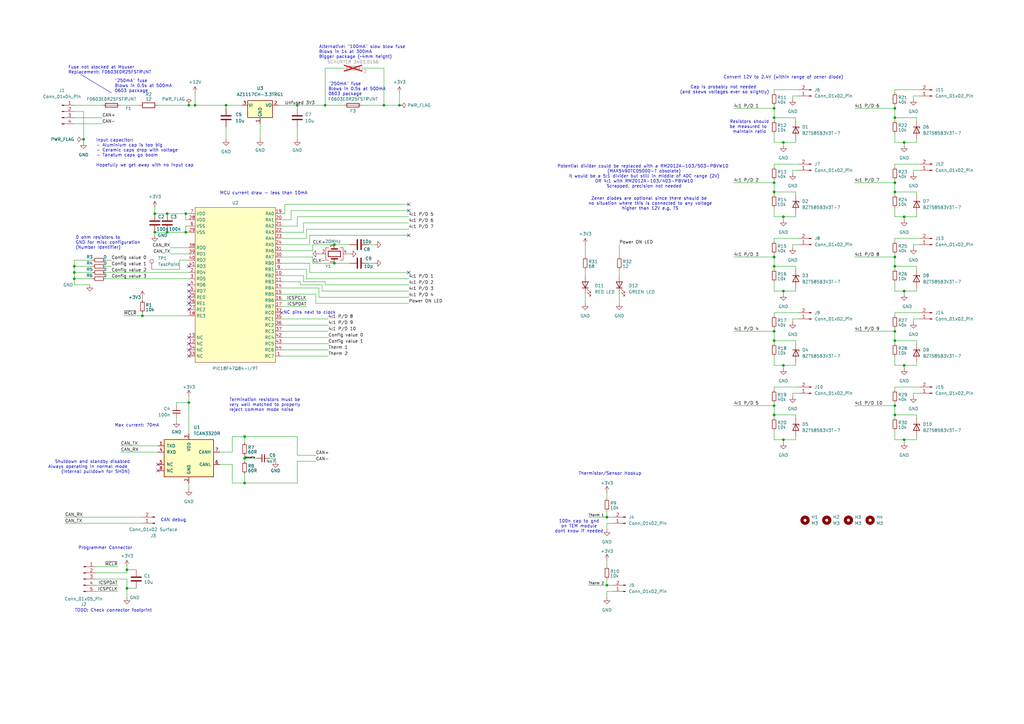
<source format=kicad_sch>
(kicad_sch (version 20231120) (generator "eeschema") (generator_version "8.0")
  (paper "A3")
  (title_block (title "CAN Node") (date "2024-09-18") (rev "v1.0.1") (comment 1 "STAG 11") (comment 2 "Ethan Turnbull"))
  (junction (at 52.07 233.68))
  (junction (at 370.84 180.34))
  (junction (at 367.03 105.41))
  (junction (at 63.5 95.25))
  (junction (at 317.5 44.45))
  (junction (at 100.33 187.96))
  (junction (at 63.5 87.63))
  (junction (at 367.03 48.26))
  (junction (at 248.92 212.09))
  (junction (at 133.35 43.18))
  (junction (at 367.03 44.45))
  (junction (at 370.84 149.86))
  (junction (at 370.84 88.9))
  (junction (at 317.5 74.93))
  (junction (at 367.03 135.89))
  (junction (at 30.48 109.22))
  (junction (at 321.31 149.86))
  (junction (at 370.84 119.38))
  (junction (at 321.31 88.9))
  (junction (at 317.5 48.26))
  (junction (at 317.5 170.18))
  (junction (at 100.33 179.07))
  (junction (at 76.2 95.25))
  (junction (at 68.58 95.25))
  (junction (at 317.5 135.89))
  (junction (at 77.47 165.1))
  (junction (at 367.03 139.7))
  (junction (at 77.47 43.18))
  (junction (at 367.03 74.93))
  (junction (at 163.83 43.18))
  (junction (at 367.03 166.37))
  (junction (at 68.58 87.63))
  (junction (at 137.16 107.95))
  (junction (at 367.03 170.18))
  (junction (at 34.29 57.15))
  (junction (at 248.92 240.03))
  (junction (at 121.92 43.18))
  (junction (at 58.42 129.54))
  (junction (at 317.5 78.74))
  (junction (at 52.07 241.3))
  (junction (at 80.01 43.18))
  (junction (at 30.48 114.3))
  (junction (at 367.03 78.74))
  (junction (at 321.31 58.42))
  (junction (at 317.5 105.41))
  (junction (at 321.31 180.34))
  (junction (at 367.03 109.22))
  (junction (at 92.71 43.18))
  (junction (at 317.5 139.7))
  (junction (at 370.84 58.42))
  (junction (at 30.48 111.76))
  (junction (at 137.16 100.33))
  (junction (at 317.5 109.22))
  (junction (at 321.31 119.38))
  (junction (at 100.33 198.12))
  (junction (at 317.5 166.37))
  (junction (at 76.2 87.63))
  (junction (at 157.48 43.18))
  (no_connect (at 77.47 121.92))
  (no_connect (at 77.47 138.43))
  (no_connect (at 77.47 116.84))
  (no_connect (at 77.47 140.97))
  (no_connect (at 167.64 96.52))
  (no_connect (at 167.64 83.82))
  (no_connect (at 167.64 86.36))
  (no_connect (at 64.77 190.5))
  (no_connect (at 64.77 193.04))
  (no_connect (at 115.57 128.27))
  (no_connect (at 77.47 119.38))
  (no_connect (at 167.64 111.76))
  (no_connect (at 77.47 146.05))
  (no_connect (at 77.47 127))
  (no_connect (at 77.47 143.51))
  (no_connect (at 77.47 124.46))
  (no_connect (at 77.47 109.22))
  (wire (pts (xy 367.03 165.1) (xy 367.03 166.37)))
  (wire (pts (xy 317.5 149.86) (xy 317.5 146.05)))
  (wire (pts (xy 367.03 180.34) (xy 367.03 176.53)))
  (wire (pts (xy 367.03 73.66) (xy 367.03 74.93)))
  (wire (pts (xy 374.65 71.12) (xy 374.65 69.85)))
  (wire (pts (xy 90.17 190.5) (xy 95.25 190.5)))
  (wire (pts (xy 100.33 194.31) (xy 100.33 198.12)))
  (wire (pts (xy 317.5 134.62) (xy 317.5 135.89)))
  (wire (pts (xy 148.59 43.18) (xy 157.48 43.18)))
  (wire (pts (xy 370.84 180.34) (xy 370.84 181.61)))
  (wire (pts (xy 240.03 110.49) (xy 240.03 113.03)))
  (wire (pts (xy 30.48 116.84) (xy 36.83 116.84)))
  (wire (pts (xy 325.12 132.08) (xy 325.12 130.81)))
  (wire (pts (xy 39.37 237.49) (xy 52.07 237.49)))
  (wire (pts (xy 129.54 124.46) (xy 167.64 124.46)))
  (wire (pts (xy 370.84 119.38) (xy 375.92 119.38)))
  (wire (pts (xy 317.5 58.42) (xy 317.5 54.61)))
  (wire (pts (xy 125.73 110.49) (xy 115.57 110.49)))
  (wire (pts (xy 248.92 237.49) (xy 248.92 240.03)))
  (wire (pts (xy 76.2 92.71) (xy 76.2 95.25)))
  (wire (pts (xy 52.07 233.68) (xy 52.07 234.95)))
  (wire (pts (xy 370.84 119.38) (xy 370.84 120.65)))
  (wire (pts (xy 317.5 139.7) (xy 317.5 140.97)))
  (wire (pts (xy 115.57 95.25) (xy 124.46 95.25)))
  (wire (pts (xy 124.46 113.03) (xy 115.57 113.03)))
  (wire (pts (xy 121.92 88.9) (xy 121.92 92.71)))
  (wire (pts (xy 113.03 187.96) (xy 113.03 189.23)))
  (wire (pts (xy 133.35 116.84) (xy 167.64 116.84)))
  (wire (pts (xy 116.84 83.82) (xy 167.64 83.82)))
  (wire (pts (xy 326.39 88.9) (xy 326.39 87.63)))
  (wire (pts (xy 321.31 149.86) (xy 326.39 149.86)))
  (wire (pts (xy 58.42 121.92) (xy 58.42 123.19)))
  (wire (pts (xy 52.07 233.68) (xy 55.88 233.68)))
  (wire (pts (xy 77.47 165.1) (xy 77.47 177.8)))
  (wire (pts (xy 317.5 74.93) (xy 317.5 78.74)))
  (wire (pts (xy 317.5 104.14) (xy 317.5 105.41)))
  (wire (pts (xy 248.92 240.03) (xy 251.46 240.03)))
  (wire (pts (xy 30.48 111.76) (xy 38.1 111.76)))
  (wire (pts (xy 77.47 92.71) (xy 76.2 92.71)))
  (wire (pts (xy 63.5 95.25) (xy 68.58 95.25)))
  (wire (pts (xy 73.66 110.49) (xy 62.23 110.49)))
  (wire (pts (xy 119.38 86.36) (xy 119.38 90.17)))
  (wire (pts (xy 116.84 83.82) (xy 116.84 87.63)))
  (wire (pts (xy 129.54 120.65) (xy 115.57 120.65)))
  (wire (pts (xy 370.84 149.86) (xy 370.84 151.13)))
  (wire (pts (xy 326.39 109.22) (xy 326.39 110.49)))
  (wire (pts (xy 325.12 40.64) (xy 325.12 39.37)))
  (wire (pts (xy 374.65 39.37) (xy 377.19 39.37)))
  (wire (pts (xy 30.48 48.26) (xy 41.91 48.26)))
  (wire (pts (xy 254 110.49) (xy 254 113.03)))
  (wire (pts (xy 30.48 50.8) (xy 41.91 50.8)))
  (wire (pts (xy 325.12 101.6) (xy 325.12 100.33)))
  (wire (pts (xy 130.81 121.92) (xy 167.64 121.92)))
  (wire (pts (xy 121.92 186.69) (xy 129.54 186.69)))
  (wire (pts (xy 127 111.76) (xy 167.64 111.76)))
  (wire (pts (xy 248.92 209.55) (xy 248.92 212.09)))
  (wire (pts (xy 100.33 187.96) (xy 105.41 187.96)))
  (wire (pts (xy 367.03 149.86) (xy 370.84 149.86)))
  (wire (pts (xy 50.8 129.54) (xy 58.42 129.54)))
  (wire (pts (xy 121.92 92.71) (xy 115.57 92.71)))
  (wire (pts (xy 367.03 109.22) (xy 367.03 110.49)))
  (wire (pts (xy 137.16 107.95) (xy 143.51 107.95)))
  (wire (pts (xy 26.67 212.09) (xy 58.42 212.09)))
  (wire (pts (xy 317.5 149.86) (xy 321.31 149.86)))
  (wire (pts (xy 375.92 78.74) (xy 375.92 80.01)))
  (wire (pts (xy 325.12 39.37) (xy 327.66 39.37)))
  (wire (pts (xy 321.31 149.86) (xy 321.31 151.13)))
  (wire (pts (xy 317.5 43.18) (xy 317.5 44.45)))
  (wire (pts (xy 374.65 130.81) (xy 377.19 130.81)))
  (wire (pts (xy 157.48 27.94) (xy 157.48 43.18)))
  (wire (pts (xy 128.27 105.41) (xy 128.27 107.95)))
  (wire (pts (xy 153.67 100.33) (xy 151.13 100.33)))
  (wire (pts (xy 375.92 149.86) (xy 375.92 148.59)))
  (wire (pts (xy 326.39 78.74) (xy 326.39 80.01)))
  (wire (pts (xy 374.65 132.08) (xy 374.65 130.81)))
  (wire (pts (xy 121.92 88.9) (xy 167.64 88.9)))
  (wire (pts (xy 121.92 198.12) (xy 121.92 189.23)))
  (wire (pts (xy 317.5 180.34) (xy 317.5 176.53)))
  (wire (pts (xy 63.5 95.25) (xy 63.5 96.52)))
  (wire (pts (xy 367.03 128.27) (xy 367.03 129.54)))
  (wire (pts (xy 350.52 44.45) (xy 367.03 44.45)))
  (wire (pts (xy 100.33 179.07) (xy 121.92 179.07)))
  (wire (pts (xy 121.92 179.07) (xy 121.92 186.69)))
  (wire (pts (xy 124.46 95.25) (xy 124.46 91.44)))
  (wire (pts (xy 325.12 162.56) (xy 325.12 161.29)))
  (wire (pts (xy 317.5 88.9) (xy 321.31 88.9)))
  (wire (pts (xy 248.92 201.93) (xy 248.92 204.47)))
  (wire (pts (xy 367.03 58.42) (xy 367.03 54.61)))
  (wire (pts (xy 317.5 180.34) (xy 321.31 180.34)))
  (wire (pts (xy 251.46 214.63) (xy 248.92 214.63)))
  (wire (pts (xy 374.65 101.6) (xy 374.65 100.33)))
  (wire (pts (xy 370.84 88.9) (xy 370.84 90.17)))
  (wire (pts (xy 317.5 139.7) (xy 326.39 139.7)))
  (wire (pts (xy 367.03 78.74) (xy 367.03 80.01)))
  (wire (pts (xy 30.48 43.18) (xy 41.91 43.18)))
  (wire (pts (xy 39.37 234.95) (xy 52.07 234.95)))
  (wire (pts (xy 63.5 87.63) (xy 68.58 87.63)))
  (wire (pts (xy 367.03 67.31) (xy 377.19 67.31)))
  (wire (pts (xy 367.03 48.26) (xy 367.03 49.53)))
  (wire (pts (xy 350.52 105.41) (xy 367.03 105.41)))
  (wire (pts (xy 367.03 134.62) (xy 367.03 135.89)))
  (wire (pts (xy 100.33 187.96) (xy 100.33 189.23)))
  (wire (pts (xy 115.57 107.95) (xy 127 107.95)))
  (wire (pts (xy 317.5 48.26) (xy 317.5 49.53)))
  (wire (pts (xy 325.12 69.85) (xy 327.66 69.85)))
  (wire (pts (xy 133.35 27.94) (xy 140.97 27.94)))
  (wire (pts (xy 375.92 58.42) (xy 375.92 57.15)))
  (wire (pts (xy 367.03 109.22) (xy 375.92 109.22)))
  (wire (pts (xy 68.58 87.63) (xy 76.2 87.63)))
  (wire (pts (xy 251.46 242.57) (xy 248.92 242.57)))
  (wire (pts (xy 68.58 95.25) (xy 76.2 95.25)))
  (wire (pts (xy 367.03 48.26) (xy 375.92 48.26)))
  (wire (pts (xy 317.5 78.74) (xy 317.5 80.01)))
  (wire (pts (xy 317.5 88.9) (xy 317.5 85.09)))
  (wire (pts (xy 133.35 115.57) (xy 133.35 116.84)))
  (wire (pts (xy 326.39 139.7) (xy 326.39 140.97)))
  (wire (pts (xy 127 107.95) (xy 127 111.76)))
  (wire (pts (xy 321.31 88.9) (xy 326.39 88.9)))
  (wire (pts (xy 77.47 162.56) (xy 77.47 165.1)))
  (wire (pts (xy 375.92 88.9) (xy 375.92 87.63)))
  (wire (pts (xy 325.12 130.81) (xy 327.66 130.81)))
  (wire (pts (xy 72.39 166.37) (xy 72.39 165.1)))
  (wire (pts (xy 127 96.52) (xy 167.64 96.52)))
  (wire (pts (xy 321.31 119.38) (xy 326.39 119.38)))
  (wire (pts (xy 367.03 139.7) (xy 375.92 139.7)))
  (wire (pts (xy 375.92 109.22) (xy 375.92 110.49)))
  (wire (pts (xy 375.92 119.38) (xy 375.92 118.11)))
  (polyline (pts (xy 45.72 38.1) (xy 33.02 30.48)))
  (wire (pts (xy 34.29 45.72) (xy 34.29 57.15)))
  (wire (pts (xy 374.65 161.29) (xy 377.19 161.29)))
  (wire (pts (xy 374.65 40.64) (xy 374.65 39.37)))
  (wire (pts (xy 76.2 95.25) (xy 77.47 95.25)))
  (wire (pts (xy 317.5 67.31) (xy 317.5 68.58)))
  (wire (pts (xy 326.39 170.18) (xy 326.39 171.45)))
  (wire (pts (xy 127 100.33) (xy 115.57 100.33)))
  (wire (pts (xy 76.2 90.17) (xy 76.2 87.63)))
  (wire (pts (xy 115.57 125.73) (xy 125.73 125.73)))
  (wire (pts (xy 367.03 170.18) (xy 367.03 171.45)))
  (wire (pts (xy 375.92 170.18) (xy 375.92 171.45)))
  (wire (pts (xy 367.03 104.14) (xy 367.03 105.41)))
  (wire (pts (xy 317.5 128.27) (xy 327.66 128.27)))
  (wire (pts (xy 254 120.65) (xy 254 124.46)))
  (wire (pts (xy 73.66 106.68) (xy 77.47 106.68)))
  (wire (pts (xy 127 100.33) (xy 127 96.52)))
  (wire (pts (xy 128.27 107.95) (xy 137.16 107.95)))
  (wire (pts (xy 317.5 109.22) (xy 326.39 109.22)))
  (wire (pts (xy 100.33 181.61) (xy 100.33 179.07)))
  (wire (pts (xy 128.27 100.33) (xy 128.27 102.87)))
  (wire (pts (xy 153.67 107.95) (xy 151.13 107.95)))
  (wire (pts (xy 115.57 115.57) (xy 123.19 115.57)))
  (wire (pts (xy 115.57 138.43) (xy 134.62 138.43)))
  (wire (pts (xy 317.5 158.75) (xy 327.66 158.75)))
  (wire (pts (xy 248.92 212.09) (xy 251.46 212.09)))
  (wire (pts (xy 115.57 97.79) (xy 125.73 97.79)))
  (wire (pts (xy 367.03 36.83) (xy 377.19 36.83)))
  (wire (pts (xy 129.54 124.46) (xy 129.54 120.65)))
  (wire (pts (xy 30.48 45.72) (xy 34.29 45.72)))
  (wire (pts (xy 125.73 97.79) (xy 125.73 93.98)))
  (wire (pts (xy 317.5 97.79) (xy 327.66 97.79)))
  (wire (pts (xy 124.46 91.44) (xy 167.64 91.44)))
  (wire (pts (xy 69.85 101.6) (xy 77.47 101.6)))
  (wire (pts (xy 300.99 74.93) (xy 317.5 74.93)))
  (wire (pts (xy 49.53 182.88) (xy 64.77 182.88)))
  (wire (pts (xy 367.03 166.37) (xy 367.03 170.18)))
  (wire (pts (xy 39.37 240.03) (xy 48.26 240.03)))
  (wire (pts (xy 133.35 43.18) (xy 133.35 27.94)))
  (wire (pts (xy 43.18 111.76) (xy 77.47 111.76)))
  (wire (pts (xy 367.03 135.89) (xy 367.03 139.7)))
  (wire (pts (xy 137.16 100.33) (xy 143.51 100.33)))
  (wire (pts (xy 350.52 74.93) (xy 367.03 74.93)))
  (wire (pts (xy 300.99 44.45) (xy 317.5 44.45)))
  (wire (pts (xy 114.3 43.18) (xy 121.92 43.18)))
  (wire (pts (xy 240.03 120.65) (xy 240.03 124.46)))
  (wire (pts (xy 115.57 130.81) (xy 134.62 130.81)))
  (wire (pts (xy 124.46 115.57) (xy 124.46 113.03)))
  (wire (pts (xy 95.25 198.12) (xy 100.33 198.12)))
  (wire (pts (xy 115.57 146.05) (xy 134.62 146.05)))
  (wire (pts (xy 123.19 116.84) (xy 123.19 115.57)))
  (wire (pts (xy 52.07 241.3) (xy 52.07 245.11)))
  (wire (pts (xy 321.31 180.34) (xy 326.39 180.34)))
  (wire (pts (xy 321.31 88.9) (xy 321.31 90.17)))
  (wire (pts (xy 130.81 104.14) (xy 132.08 104.14)))
  (wire (pts (xy 119.38 86.36) (xy 167.64 86.36)))
  (wire (pts (xy 132.08 116.84) (xy 132.08 119.38)))
  (wire (pts (xy 367.03 119.38) (xy 367.03 115.57)))
  (wire (pts (xy 43.18 106.68) (xy 45.72 106.68)))
  (wire (pts (xy 43.18 114.3) (xy 77.47 114.3)))
  (wire (pts (xy 326.39 180.34) (xy 326.39 179.07)))
  (wire (pts (xy 370.84 58.42) (xy 370.84 59.69)))
  (wire (pts (xy 77.47 43.18) (xy 80.01 43.18)))
  (wire (pts (xy 73.66 110.49) (xy 73.66 106.68)))
  (wire (pts (xy 326.39 119.38) (xy 326.39 118.11)))
  (wire (pts (xy 115.57 135.89) (xy 134.62 135.89)))
  (wire (pts (xy 367.03 78.74) (xy 375.92 78.74)))
  (wire (pts (xy 115.57 133.35) (xy 134.62 133.35)))
  (wire (pts (xy 167.64 114.3) (xy 125.73 114.3)))
  (wire (pts (xy 38.1 114.3) (xy 30.48 114.3)))
  (wire (pts (xy 30.48 109.22) (xy 30.48 111.76)))
  (wire (pts (xy 123.19 116.84) (xy 132.08 116.84)))
  (wire (pts (xy 121.92 43.18) (xy 121.92 44.45)))
  (wire (pts (xy 125.73 123.19) (xy 115.57 123.19)))
  (wire (pts (xy 121.92 189.23) (xy 129.54 189.23)))
  (wire (pts (xy 52.07 241.3) (xy 55.88 241.3)))
  (wire (pts (xy 367.03 158.75) (xy 367.03 160.02)))
  (wire (pts (xy 326.39 149.86) (xy 326.39 148.59)))
  (wire (pts (xy 116.84 87.63) (xy 115.57 87.63)))
  (wire (pts (xy 58.42 129.54) (xy 77.47 129.54)))
  (wire (pts (xy 375.92 180.34) (xy 375.92 179.07)))
  (wire (pts (xy 64.77 43.18) (xy 77.47 43.18)))
  (wire (pts (xy 367.03 119.38) (xy 370.84 119.38)))
  (wire (pts (xy 321.31 58.42) (xy 321.31 59.69)))
  (wire (pts (xy 374.65 162.56) (xy 374.65 161.29)))
  (wire (pts (xy 317.5 97.79) (xy 317.5 99.06)))
  (wire (pts (xy 367.03 97.79) (xy 377.19 97.79)))
  (wire (pts (xy 77.47 90.17) (xy 76.2 90.17)))
  (wire (pts (xy 30.48 114.3) (xy 30.48 116.84)))
  (wire (pts (xy 148.59 27.94) (xy 157.48 27.94)))
  (wire (pts (xy 241.3 240.03) (xy 248.92 240.03)))
  (wire (pts (xy 49.53 43.18) (xy 57.15 43.18)))
  (wire (pts (xy 367.03 128.27) (xy 377.19 128.27)))
  (wire (pts (xy 300.99 166.37) (xy 317.5 166.37)))
  (wire (pts (xy 367.03 36.83) (xy 367.03 38.1)))
  (wire (pts (xy 321.31 180.34) (xy 321.31 181.61)))
  (wire (pts (xy 317.5 67.31) (xy 327.66 67.31)))
  (wire (pts (xy 367.03 58.42) (xy 370.84 58.42)))
  (wire (pts (xy 325.12 161.29) (xy 327.66 161.29)))
  (wire (pts (xy 248.92 214.63) (xy 248.92 217.17)))
  (wire (pts (xy 38.1 106.68) (xy 30.48 106.68)))
  (wire (pts (xy 133.35 43.18) (xy 140.97 43.18)))
  (wire (pts (xy 317.5 58.42) (xy 321.31 58.42)))
  (wire (pts (xy 95.25 179.07) (xy 100.33 179.07)))
  (wire (pts (xy 317.5 119.38) (xy 321.31 119.38)))
  (wire (pts (xy 317.5 170.18) (xy 317.5 171.45)))
  (wire (pts (xy 317.5 158.75) (xy 317.5 160.02)))
  (wire (pts (xy 58.42 128.27) (xy 58.42 129.54)))
  (wire (pts (xy 375.92 139.7) (xy 375.92 140.97)))
  (wire (pts (xy 317.5 36.83) (xy 327.66 36.83)))
  (wire (pts (xy 317.5 128.27) (xy 317.5 129.54)))
  (wire (pts (xy 34.29 58.42) (xy 34.29 57.15)))
  (wire (pts (xy 119.38 90.17) (xy 115.57 90.17)))
  (wire (pts (xy 317.5 44.45) (xy 317.5 48.26)))
  (wire (pts (xy 121.92 43.18) (xy 133.35 43.18)))
  (wire (pts (xy 30.48 109.22) (xy 38.1 109.22)))
  (wire (pts (xy 370.84 149.86) (xy 375.92 149.86)))
  (wire (pts (xy 326.39 58.42) (xy 326.39 57.15)))
  (wire (pts (xy 367.03 139.7) (xy 367.03 140.97)))
  (wire (pts (xy 317.5 36.83) (xy 317.5 38.1)))
  (wire (pts (xy 317.5 170.18) (xy 326.39 170.18)))
  (wire (pts (xy 325.12 100.33) (xy 327.66 100.33)))
  (wire (pts (xy 317.5 105.41) (xy 317.5 109.22)))
  (wire (pts (xy 132.08 119.38) (xy 167.64 119.38)))
  (wire (pts (xy 49.53 185.42) (xy 64.77 185.42)))
  (wire (pts (xy 367.03 88.9) (xy 367.03 85.09)))
  (wire (pts (xy 115.57 143.51) (xy 134.62 143.51)))
  (wire (pts (xy 367.03 74.93) (xy 367.03 78.74)))
  (wire (pts (xy 95.25 190.5) (xy 95.25 198.12)))
  (wire (pts (xy 370.84 58.42) (xy 375.92 58.42)))
  (wire (pts (xy 300.99 105.41) (xy 317.5 105.41)))
  (wire (pts (xy 367.03 97.79) (xy 367.03 99.06)))
  (wire (pts (xy 240.03 100.33) (xy 240.03 105.41)))
  (wire (pts (xy 95.25 179.07) (xy 95.25 185.42)))
  (wire (pts (xy 39.37 242.57) (xy 48.26 242.57)))
  (wire (pts (xy 367.03 180.34) (xy 370.84 180.34)))
  (wire (pts (xy 350.52 166.37) (xy 367.03 166.37)))
  (wire (pts (xy 125.73 93.98) (xy 167.64 93.98)))
  (wire (pts (xy 30.48 111.76) (xy 30.48 114.3)))
  (wire (pts (xy 92.71 52.07) (xy 92.71 57.15)))
  (wire (pts (xy 130.81 118.11) (xy 115.57 118.11)))
  (wire (pts (xy 92.71 43.18) (xy 92.71 44.45)))
  (wire (pts (xy 121.92 52.07) (xy 121.92 57.15)))
  (wire (pts (xy 374.65 69.85) (xy 377.19 69.85)))
  (wire (pts (xy 80.01 38.1) (xy 80.01 43.18)))
  (wire (pts (xy 300.99 135.89) (xy 317.5 135.89)))
  (wire (pts (xy 370.84 88.9) (xy 375.92 88.9)))
  (wire (pts (xy 90.17 185.42) (xy 95.25 185.42)))
  (wire (pts (xy 142.24 104.14) (xy 143.51 104.14)))
  (wire (pts (xy 326.39 48.26) (xy 326.39 49.53)))
  (wire (pts (xy 63.5 85.09) (xy 63.5 87.63)))
  (wire (pts (xy 80.01 43.18) (xy 92.71 43.18)))
  (wire (pts (xy 128.27 100.33) (xy 137.16 100.33)))
  (wire (pts (xy 115.57 140.97) (xy 134.62 140.97)))
  (wire (pts (xy 317.5 119.38) (xy 317.5 115.57)))
  (wire (pts (xy 72.39 165.1) (xy 77.47 165.1)))
  (wire (pts (xy 367.03 88.9) (xy 370.84 88.9)))
  (wire (pts (xy 163.83 38.1) (xy 163.83 43.18)))
  (wire (pts (xy 317.5 165.1) (xy 317.5 166.37)))
  (wire (pts (xy 367.03 170.18) (xy 375.92 170.18)))
  (wire (pts (xy 124.46 115.57) (xy 133.35 115.57)))
  (wire (pts (xy 321.31 58.42) (xy 326.39 58.42)))
  (wire (pts (xy 100.33 198.12) (xy 121.92 198.12)))
  (wire (pts (xy 92.71 43.18) (xy 99.06 43.18)))
  (wire (pts (xy 317.5 166.37) (xy 317.5 170.18)))
  (wire (pts (xy 52.07 232.41) (xy 52.07 233.68)))
  (wire (pts (xy 375.92 48.26) (xy 375.92 49.53)))
  (wire (pts (xy 43.18 109.22) (xy 45.72 109.22)))
  (wire (pts (xy 76.2 87.63) (xy 77.47 87.63)))
  (wire (pts (xy 72.39 171.45) (xy 72.39 172.72)))
  (wire (pts (xy 69.85 104.14) (xy 77.47 104.14)))
  (wire (pts (xy 370.84 180.34) (xy 375.92 180.34)))
  (wire (pts (xy 325.12 71.12) (xy 325.12 69.85)))
  (wire (pts (xy 39.37 232.41) (xy 48.26 232.41)))
  (wire (pts (xy 157.48 43.18) (xy 163.83 43.18)))
  (wire (pts (xy 115.57 102.87) (xy 128.27 102.87)))
  (wire (pts (xy 367.03 43.18) (xy 367.03 44.45)))
  (wire (pts (xy 367.03 67.31) (xy 367.03 68.58)))
  (wire (pts (xy 248.92 229.87) (xy 248.92 232.41)))
  (wire (pts (xy 30.48 106.68) (xy 30.48 109.22)))
  (wire (pts (xy 100.33 186.69) (xy 100.33 187.96)))
  (wire (pts (xy 110.49 187.96) (xy 113.03 187.96)))
  (wire (pts (xy 26.67 214.63) (xy 58.42 214.63)))
  (wire (pts (xy 317.5 78.74) (xy 326.39 78.74)))
  (wire (pts (xy 115.57 105.41) (xy 128.27 105.41)))
  (wire (pts (xy 317.5 48.26) (xy 326.39 48.26)))
  (wire (pts (xy 367.03 44.45) (xy 367.03 48.26)))
  (wire (pts (xy 317.5 135.89) (xy 317.5 139.7)))
  (wire (pts (xy 367.03 158.75) (xy 377.19 158.75)))
  (wire (pts (xy 367.03 149.86) (xy 367.03 146.05)))
  (wire (pts (xy 77.47 198.12) (xy 77.47 200.66)))
  (wire (pts (xy 317.5 109.22) (xy 317.5 110.49)))
  (wire (pts (xy 125.73 114.3) (xy 125.73 110.49)))
  (wire (pts (xy 317.5 73.66) (xy 317.5 74.93)))
  (wire (pts (xy 248.92 242.57) (xy 248.92 245.11)))
  (wire (pts (xy 321.31 119.38) (xy 321.31 120.65)))
  (wire (pts (xy 241.3 212.09) (xy 248.92 212.09)))
  (wire (pts (xy 350.52 135.89) (xy 367.03 135.89)))
  (wire (pts (xy 254 100.33) (xy 254 105.41)))
  (wire (pts (xy 130.81 121.92) (xy 130.81 118.11)))
  (wire (pts (xy 367.03 105.41) (xy 367.03 109.22)))
  (wire (pts (xy 106.68 50.8) (xy 106.68 57.15)))
  (wire (pts (xy 52.07 237.49) (xy 52.07 241.3)))
  (wire (pts (xy 374.65 100.33) (xy 377.19 100.33)))
  (text "Input capacitor:\n- Aluminium cap is too big\n- Ceramic caps drop with voltage\n- Tanatum caps go boom\n\nHopefully we get away with no input cap" (at 39.37 68.58 0) (effects (font (size 1.27 1.27)) (justify left bottom)))
  (text "Shutdown and standby disabled\nAlways operating in normal mode \n(Internal pulldown for SHDN)" (at 53.34 194.31 0) (effects (font (size 1.27 1.27)) (justify right bottom)))
  (text "Potential divider could be replaced with a RM2012A-103/503-PBVW10 \n(MAX5490TC05000-T obsolete)\nIt would be a 5:1 divider but still in middle of ADC range (2V)\nOR 4:1 with RM2012A-103/403-PBVW10\nScrapped, precision not needed" (at 264.16 72.39 0) (effects (font (size 1.27 1.27))))
  (text "Cap is probably not needed \n(and skews voltages ever so slightly)" (at 297.18 36.83 0) (effects (font (size 1.27 1.27))))
  (text "Max current: 70mA" (at 46.99 175.26 0) (effects (font (size 1.27 1.27)) (justify left bottom)))
  (text "\"250mA\" fuse\nBlows in 0.5s at 500mA\n0603 package" (at 134.62 39.37 0) (effects (font (size 1.27 1.27)) (justify left bottom)))
  (text "Termination resistors must be \nvery well matched to properly \nreject common mode noise" (at 93.98 168.91 0) (effects (font (size 1.27 1.27)) (justify left bottom)))
  (text "TODO: Check connector footprint" (at 46.482 250.444 0) (effects (font (size 1.27 1.27))))
  (text "Fuse not stocked at Mouser\nReplacement: F0603E0R25FSTR\\INT" (at 27.94 30.48 0) (effects (font (size 1.27 1.27)) (justify left bottom)))
  (text "Zener diodes are optional since there should be \nno situation where this is connected to any voltage\nhigher than 12V e.g. TS" (at 266.7 83.566 0) (effects (font (size 1.27 1.27))))
  (text "Convert 12V to 2.4V (within range of zener diode)" (at 321.31 31.75 0) (effects (font (size 1.27 1.27))))
  (text "NC pins next to clock" (at 127 128.27 0) (effects (font (size 1.27 1.27))))
  (text "0 ohm resistors to\nGND for misc configuration\n(Number Identifier)" (at 30.988 102.362 0) (effects (font (size 1.27 1.27)) (justify left bottom)))
  (text "100n cap to gnd\non TEM module\ndont know if needed" (at 237.49 215.9 0) (effects (font (size 1.27 1.27))))
  (text "\"250mA\" fuse\nBlows in 0.5s at 500mA\n0603 package" (at 46.99 38.1 0) (effects (font (size 1.27 1.27)) (justify left bottom)))
  (text "MCU current draw - less than 10mA" (at 90.17 80.01 0) (effects (font (size 1.27 1.27)) (justify left bottom)))
  (text "CAN debug" (at 71.12 213.36 0) (effects (font (size 1.27 1.27))))
  (text "Resistors should\nbe measured to \nmaintain ratio" (at 307.34 52.07 0) (effects (font (size 1.27 1.27))))
  (text "Programmer Connector" (at 43.18 224.79 0) (effects (font (size 1.27 1.27))))
  (text "Alternative: \"100mA\" slow blow fuse\nBlows in 1s at 300mA\nBigger package (~4mm height)" (at 130.81 24.13 0) (effects (font (size 1.27 1.27)) (justify left bottom)))
  (text "Thermistor/Sensor Hookup" (at 250.19 194.31 0) (effects (font (size 1.27 1.27))))
  (label "4:1 P{slash}D 8" (at 134.62 130.81 0))
  (label "ICSPDAT" (at 48.26 240.03 180))
  (label "Config value 1" (at 45.72 109.22 0))
  (label "4:1 P{slash}D 5" (at 167.64 88.9 0))
  (label "Config value 0" (at 134.62 138.43 0))
  (label "Therm 1" (at 241.3 212.09 0) (effects (font (size 1.016 1.016))))
  (label "Config value 0" (at 45.72 106.68 0))
  (label "Therm 2" (at 134.62 146.05 0))
  (label "Power ON LED" (at 167.64 124.46 0))
  (label "CAN_RX" (at 69.85 101.6 180))
  (label "4:1 P{slash}D 9" (at 350.52 135.89 0))
  (label "CLK+" (at 128.27 100.33 0))
  (label "~{MCLR}" (at 50.8 129.54 0))
  (label "4:1 P{slash}D 5" (at 300.99 166.37 0))
  (label "4:1 P{slash}D 7" (at 167.64 93.98 0))
  (label "CAN_RX" (at 26.67 212.09 0))
  (label "Decoupling" (at 100.33 187.96 0) (effects (font (size 0.508 0.508))))
  (label "CAN_RX" (at 49.53 185.42 0))
  (label "4:1 P{slash}D 8" (at 350.52 105.41 0))
  (label "~{MCLR}" (at 48.26 232.41 180))
  (label "4:1 P{slash}D 10" (at 134.62 135.89 0))
  (label "Config value 2" (at 45.72 111.76 0))
  (label "ICSPCLK" (at 125.73 123.19 180))
  (label "Therm 2" (at 241.3 240.03 0) (effects (font (size 1.016 1.016))))
  (label "CAN-" (at 41.91 50.8 0))
  (label "ICSPDAT" (at 125.73 125.73 180))
  (label "4:1 P{slash}D 1" (at 167.64 114.3 0))
  (label "CAN_TX" (at 26.67 214.63 0))
  (label "4:1 P{slash}D 9" (at 134.62 133.35 0))
  (label "4:1 P{slash}D 2" (at 167.64 116.84 0))
  (label "Config value 1" (at 134.62 140.97 0))
  (label "4:1 P{slash}D 4" (at 300.99 135.89 0))
  (label "4:1 P{slash}D 4" (at 167.64 121.92 0))
  (label "4:1 P{slash}D 6" (at 167.64 91.44 0))
  (label "Therm 1" (at 134.62 143.51 0))
  (label "4:1 P{slash}D 1" (at 300.99 44.45 0))
  (label "4:1 P{slash}D 3" (at 167.64 119.38 0))
  (label "4:1 P{slash}D 10" (at 350.52 166.37 0))
  (label "Power ON LED" (at 254 100.33 0))
  (label "CLK-" (at 128.27 107.95 0))
  (label "CAN_TX" (at 49.53 182.88 0))
  (label "Unfused 3V3" (at 116.84 43.18 0))
  (label "4:1 P{slash}D 6" (at 350.52 44.45 0))
  (label "CAN_TX" (at 69.85 104.14 180))
  (label "4:1 P{slash}D 2" (at 300.99 74.93 0))
  (label "4:1 P{slash}D 7" (at 350.52 74.93 0))
  (label "4:1 P{slash}D 3" (at 300.99 105.41 0))
  (label "Config value 3" (at 45.72 114.3 0))
  (label "CAN+" (at 129.54 186.69 0))
  (label "ICSPCLK" (at 48.26 242.57 180))
  (label "CAN-" (at 129.54 189.23 0))
  (label "CAN+" (at 41.91 48.26 0))
  (symbol (lib_id "Device:R_Small") (at 367.03 40.64 180) (unit 1)
    (property "Reference" "R21" (at 368.3 40.005 0) (effects (justify right)))
    (property "Value" "40k" (at 368.3 41.91 0) (effects (justify right)))
    (property "Footprint" "Resistor_SMD:R_0805_2012Metric_Pad1.20x1.40mm_HandSolder" (effects (hide yes)))
    (property "Datasheet" "https://www.mouser.co.uk/datasheet/2/427/dcrcwife3-1761849.pdf" (effects (hide yes)))
    (property "Optional" "True" (effects (hide yes)))
    (property "Supplier" "Mouser" (effects (hide yes)))
    (property "Manufacturer_Part_Number" "CRCW080540K0FKEA" (effects (hide yes)))
    (property "Mouser Part Number" "71-CRCW080540K0FKEA" (effects (hide yes)))
  )
  (symbol (lib_id "Device:R_Small") (at 317.5 143.51 180) (unit 1)
    (property "Reference" "R18" (at 318.77 142.875 0) (effects (justify right)))
    (property "Value" "10k" (at 318.77 144.78 0) (effects (justify right)))
    (property "Footprint" "Resistor_SMD:R_0805_2012Metric_Pad1.20x1.40mm_HandSolder" (effects (hide yes)))
    (property "Datasheet" "https://www.mouser.co.uk/datasheet/2/427/dcrcwife3-1761849.pdf" (effects (hide yes)))
    (property "Optional" "True" (effects (hide yes)))
    (property "Supplier" "Mouser" (effects (hide yes)))
    (property "Manufacturer_Part_Number" "CRGH0805F12R" (effects (hide yes)))
    (property "Mouser Part Number" "279-CRGH0805F12R" (effects (hide yes)))
  )
  (symbol (lib_id "power:GND") (at 106.68 57.15 0) (unit 1)
    (property "Reference" "#PWR014" (effects (hide yes)))
    (property "Value" "GND" (at 106.68 61.595 0))
  )
  (symbol (lib_id "Connector:Conn_01x02_Pin") (at 382.27 100.33 180) (unit 1)
    (property "Reference" "J13" (at 383.54 97.7899 0) (effects (justify right)))
    (property "Value" "Conn_01x02_Pin" (at 383.54 100.3299 0) (effects (justify right)))
    (property "Footprint" "Connector_Molex:Molex_Micro-Fit_3.0_43045-0200_2x01_P3.00mm_Horizontal" (effects (hide yes)))
    (property "Description" "Generic connector, single row, 01x02, script generated" (effects (hide yes)))
    (property "Manufacturer_Part_Number" "43045-0200" (effects (hide yes)))
    (property "Mouser Part Number" "538-43045-0200" (effects (hide yes)))
  )
  (symbol (lib_id "power:GND") (at 77.47 200.66 0) (unit 1)
    (property "Reference" "#PWR011" (effects (hide yes)))
    (property "Value" "GND" (at 77.47 205.74 0))
  )
  (symbol (lib_id "Device:LED") (at 240.03 116.84 90) (unit 1)
    (property "Reference" "D11" (at 243.84 117.1574 90) (effects (justify right)))
    (property "Value" "RED LED" (at 243.84 119.6974 90) (effects (justify right)))
    (property "Footprint" "LED_SMD:LED_0603_1608Metric_Pad1.05x0.95mm_HandSolder" (effects (hide yes)))
    (property "Datasheet" "https://www.mouser.co.uk/datasheet/2/588/ams_OSRAM_08_29_2024_4386966-3499010.pdf" (effects (hide yes)))
    (property "Description" "Light emitting diode" (effects (hide yes)))
    (property "Mouser Part Number" "720-P412P1R258A8J802" (effects (hide yes)))
    (property "Manufacturer_Part_Number" "KS EELP41.22-P1R2-58-A8J8-020-R18" (effects (hide yes)))
  )
  (symbol (lib_id "Device:R_Small") (at 58.42 125.73 180) (unit 1)
    (property "Reference" "R1" (at 59.69 125.095 0) (effects (justify right)))
    (property "Value" "10k" (at 59.69 127 0) (effects (justify right)))
    (property "Footprint" "Resistor_SMD:R_0805_2012Metric_Pad1.20x1.40mm_HandSolder" (effects (hide yes)))
    (property "Datasheet" "https://www.mouser.co.uk/datasheet/2/427/dcrcwife3-1761849.pdf" (effects (hide yes)))
    (property "Optional" "True" (effects (hide yes)))
    (property "Supplier" "Mouser" (effects (hide yes)))
    (property "Manufacturer_Part_Number" "CRGH0805F12R" (effects (hide yes)))
    (property "Mouser Part Number" "279-CRGH0805F12R" (effects (hide yes)))
  )
  (symbol (lib_id "Device:C_Small") (at 107.95 187.96 90) (unit 1)
    (property "Reference" "C6" (at 111.76 186.69 90))
    (property "Value" "4n7" (at 111.125 189.23 90))
    (property "Footprint" "Capacitor_SMD:C_0805_2012Metric_Pad1.18x1.45mm_HandSolder" (effects (hide yes)))
    (property "Datasheet" "https://www.mouser.co.uk/datasheet/2/212/1/KEM_C1076_X7R_HV_AUTO_SMD-1093301.pdf" (effects (hide yes)))
    (property "Optional" "True" (effects (hide yes)))
    (property "Order Code" "80-C0805C472KBRAUTO" (effects (hide yes)))
    (property "Supplier" "Mouser" (effects (hide yes)))
    (property "Manufacturer_Part_Number" "KAM21BR71H472KM" (effects (hide yes)))
    (property "Mouser Part Number" "581-KAM21BR71H472KM" (effects (hide yes)))
  )
  (symbol (lib_id "Device:R_Small") (at 317.5 40.64 180) (unit 1)
    (property "Reference" "R11" (at 318.77 40.005 0) (effects (justify right)))
    (property "Value" "40k" (at 318.77 41.91 0) (effects (justify right)))
    (property "Footprint" "Resistor_SMD:R_0805_2012Metric_Pad1.20x1.40mm_HandSolder" (effects (hide yes)))
    (property "Datasheet" "https://www.mouser.co.uk/datasheet/2/427/dcrcwife3-1761849.pdf" (effects (hide yes)))
    (property "Optional" "True" (effects (hide yes)))
    (property "Supplier" "Mouser" (effects (hide yes)))
    (property "Manufacturer_Part_Number" "CRCW080540K0FKEA" (effects (hide yes)))
    (property "Mouser Part Number" "71-CRCW080540K0FKEA" (effects (hide yes)))
  )
  (symbol (lib_id "Device:C") (at 121.92 48.26 0) (unit 1)
    (property "Reference" "C7" (at 125.095 46.99 0) (effects (justify left)))
    (property "Value" "10u" (at 125.095 49.53 0) (effects (justify left)))
    (property "Footprint" "Capacitor_SMD:C_0805_2012Metric_Pad1.18x1.45mm_HandSolder" (effects (hide yes)))
    (property "Description" "ESR < 10R" (effects (hide yes)))
    (property "Manufacturer_Part_Number" "GRT21BC71E106KE13L" (effects (hide yes)))
    (property "Mouser Part Number" "81-GRT21BC71E106KE13" (effects (hide yes)))
  )
  (symbol (lib_id "Device:R_Small") (at 248.92 207.01 180) (unit 1)
    (property "Reference" "R9" (at 250.19 206.375 0) (effects (justify right)))
    (property "Value" "10k" (at 250.19 208.28 0) (effects (justify right)))
    (property "Footprint" "Resistor_SMD:R_0805_2012Metric_Pad1.20x1.40mm_HandSolder" (effects (hide yes)))
    (property "Datasheet" "https://www.mouser.co.uk/datasheet/2/427/dcrcwife3-1761849.pdf" (effects (hide yes)))
    (property "Optional" "True" (effects (hide yes)))
    (property "Supplier" "Mouser" (effects (hide yes)))
    (property "Manufacturer_Part_Number" "CRGH0805F12R" (effects (hide yes)))
    (property "Mouser Part Number" "279-CRGH0805F12R" (effects (hide yes)))
  )
  (symbol (lib_id "Connector:Conn_01x02_Pin") (at 382.27 39.37 180) (unit 1)
    (property "Reference" "J11" (at 383.54 36.8299 0) (effects (justify right)))
    (property "Value" "Conn_01x02_Pin" (at 383.54 39.3699 0) (effects (justify right)))
    (property "Footprint" "Connector_Molex:Molex_Micro-Fit_3.0_43045-0200_2x01_P3.00mm_Horizontal" (effects (hide yes)))
    (property "Description" "Generic connector, single row, 01x02, script generated" (effects (hide yes)))
    (property "Manufacturer_Part_Number" "43045-0200" (effects (hide yes)))
    (property "Mouser Part Number" "538-43045-0200" (effects (hide yes)))
  )
  (symbol (lib_id "Device:C") (at 63.5 91.44 0) (unit 1)
    (property "Reference" "C2" (at 64.77 88.9 0) (effects (justify left)))
    (property "Value" "100n" (at 64.135 93.98 0) (effects (justify left)))
    (property "Footprint" "Capacitor_SMD:C_0805_2012Metric_Pad1.18x1.45mm_HandSolder" (effects (hide yes)))
    (property "Manufacturer_Part_Number" "KAM21BR71H104JM" (effects (hide yes)))
    (property "Mouser Part Number" "581-KAM21BR71H104JM" (effects (hide yes)))
  )
  (symbol (lib_id "Device:R_Small") (at 40.64 111.76 270) (unit 1)
    (property "Reference" "R5" (at 38.1 110.49 90) (effects (justify right)))
    (property "Value" "0" (at 43.815 110.49 90) (effects (justify right)))
    (property "Footprint" "Resistor_SMD:R_0805_2012Metric_Pad1.20x1.40mm_HandSolder" (effects (hide yes)))
    (property "Optional" "True" (effects (hide yes)))
    (property "Supplier" "Mouser" (effects (hide yes)))
    (property "Manufacturer_Part_Number" "CR0805AJ/-000EAS" (effects (hide yes)))
    (property "Mouser Part Number" "652-CR0805AJ/-000EAS" (effects (hide yes)))
  )
  (symbol (lib_id "SUFST:PIC18F47Q84-I/PT") (at 96.52 116.84 0) (mirror y) (unit 1)
    (property "Reference" "U2" (at 96.52 83.185 0))
    (property "Value" "PIC18F47Q84-I/PT" (at 96.52 151.13 0))
    (property "Footprint" "Package_QFP:TQFP-44_10x10mm_P0.8mm" (effects (hide yes)))
    (property "Datasheet" "https://www.microchip.com/en-us/product/pic18f47q84#document-table" (effects (hide yes)))
    (property "Manufacturer_Part_Number" "PIC18F47Q84-I/PT" (effects (hide yes)))
    (property "Mouser Part Number" "579-PIC18F47Q84-I/PT" (effects (hide yes)))
  )
  (symbol (lib_id "Device:D_Zener") (at 326.39 175.26 270) (unit 1)
    (property "Reference" "D5" (at 328.93 173.9899 90) (effects (justify left)))
    (property "Value" "BZT585B3V3T-7" (at 328.93 176.5299 90) (effects (justify left)))
    (property "Footprint" "Diode_SMD:D_SOD-523" (effects (hide yes)))
    (property "Datasheet" "https://www.diodes.com//assets/Datasheets/BZT585BxVxT.pdf" (effects (hide yes)))
    (property "Description" "Diodes Inc BZT585B3V3T-7 Zener Diode, 3.3V +/-2% 350 mW SMT 2-Pin SOD-523" (effects (hide yes)))
    (property "Height" "0.65" (effects (hide yes)))
    (property "Mouser Part Number" "621-BZT585B3V3T-7" (effects (hide yes)))
    (property "Mouser Price/Stock" "https://www.mouser.co.uk/ProductDetail/Diodes-Incorporated/BZT585B3V3T-7?qs=bLNvM6dkO6SLQKLMisQhRA%3D%3D" (effects (hide yes)))
    (property "Manufacturer_Name" "Diodes Incorporated" (effects (hide yes)))
    (property "Manufacturer_Part_Number" "BZT585B3V3T-7" (effects (hide yes)))
  )
  (symbol (lib_id "Connector:Conn_01x02_Pin") (at 332.74 100.33 180) (unit 1)
    (property "Reference" "J8" (at 334.01 97.7899 0) (effects (justify right)))
    (property "Value" "Conn_01x02_Pin" (at 334.01 100.3299 0) (effects (justify right)))
    (property "Footprint" "Connector_Molex:Molex_Micro-Fit_3.0_43045-0200_2x01_P3.00mm_Horizontal" (effects (hide yes)))
    (property "Description" "Generic connector, single row, 01x02, script generated" (effects (hide yes)))
    (property "Manufacturer_Part_Number" "43045-0200" (effects (hide yes)))
    (property "Mouser Part Number" "538-43045-0200" (effects (hide yes)))
  )
  (symbol (lib_id "Mechanical:MountingHole") (at 356.87 213.36 0) (unit 1)
    (property "Reference" "H4" (at 359.41 212.0899 0) (effects (justify left)))
    (property "Value" "M3" (at 359.41 214.6299 0) (effects (justify left)))
    (property "Footprint" "MountingHole:MountingHole_3.2mm_M3" (effects (hide yes)))
    (property "Optional" "False" (effects (hide yes)))
  )
  (symbol (lib_id "Connector:Conn_01x02_Pin") (at 382.27 161.29 180) (unit 1)
    (property "Reference" "J15" (at 383.54 158.7499 0) (effects (justify right)))
    (property "Value" "Conn_01x02_Pin" (at 383.54 161.2899 0) (effects (justify right)))
    (property "Footprint" "Connector_Molex:Molex_Micro-Fit_3.0_43045-0200_2x01_P3.00mm_Horizontal" (effects (hide yes)))
    (property "Description" "Generic connector, single row, 01x02, script generated" (effects (hide yes)))
    (property "Manufacturer_Part_Number" "43045-0200" (effects (hide yes)))
    (property "Mouser Part Number" "538-43045-0200" (effects (hide yes)))
  )
  (symbol (lib_id "Connector:Conn_01x02_Pin") (at 382.27 69.85 180) (unit 1)
    (property "Reference" "J12" (at 383.54 67.3099 0) (effects (justify right)))
    (property "Value" "Conn_01x02_Pin" (at 383.54 69.8499 0) (effects (justify right)))
    (property "Footprint" "Connector_Molex:Molex_Micro-Fit_3.0_43045-0200_2x01_P3.00mm_Horizontal" (effects (hide yes)))
    (property "Description" "Generic connector, single row, 01x02, script generated" (effects (hide yes)))
    (property "Manufacturer_Part_Number" "43045-0200" (effects (hide yes)))
    (property "Mouser Part Number" "538-43045-0200" (effects (hide yes)))
  )
  (symbol (lib_name "GND_3") (lib_id "power:GND") (at 321.31 90.17 0) (unit 1)
    (property "Reference" "#PWR027" (effects (hide yes)))
    (property "Value" "GND" (at 321.31 95.25 0))
    (property "Description" "Power symbol creates a global label with name \"GND\" , ground" (effects (hide yes)))
  )
  (symbol (lib_id "power:+3V3") (at 77.47 162.56 0) (unit 1)
    (property "Reference" "#PWR010" (effects (hide yes)))
    (property "Value" "+3V3" (at 77.47 158.75 0))
  )
  (symbol (lib_id "Device:D_Zener") (at 326.39 114.3 270) (unit 1)
    (property "Reference" "D3" (at 328.93 113.0299 90) (effects (justify left)))
    (property "Value" "BZT585B3V3T-7" (at 328.93 115.5699 90) (effects (justify left)))
    (property "Footprint" "Diode_SMD:D_SOD-523" (effects (hide yes)))
    (property "Datasheet" "https://www.diodes.com//assets/Datasheets/BZT585BxVxT.pdf" (effects (hide yes)))
    (property "Description" "Diodes Inc BZT585B3V3T-7 Zener Diode, 3.3V +/-2% 350 mW SMT 2-Pin SOD-523" (effects (hide yes)))
    (property "Height" "0.65" (effects (hide yes)))
    (property "Mouser Part Number" "621-BZT585B3V3T-7" (effects (hide yes)))
    (property "Mouser Price/Stock" "https://www.mouser.co.uk/ProductDetail/Diodes-Incorporated/BZT585B3V3T-7?qs=bLNvM6dkO6SLQKLMisQhRA%3D%3D" (effects (hide yes)))
    (property "Manufacturer_Name" "Diodes Incorporated" (effects (hide yes)))
    (property "Manufacturer_Part_Number" "BZT585B3V3T-7" (effects (hide yes)))
  )
  (symbol (lib_id "Device:R_Small") (at 367.03 113.03 180) (unit 1)
    (property "Reference" "R26" (at 368.3 112.395 0) (effects (justify right)))
    (property "Value" "10k" (at 368.3 114.3 0) (effects (justify right)))
    (property "Footprint" "Resistor_SMD:R_0805_2012Metric_Pad1.20x1.40mm_HandSolder" (effects (hide yes)))
    (property "Datasheet" "https://www.mouser.co.uk/datasheet/2/427/dcrcwife3-1761849.pdf" (effects (hide yes)))
    (property "Optional" "True" (effects (hide yes)))
    (property "Supplier" "Mouser" (effects (hide yes)))
    (property "Manufacturer_Part_Number" "CRGH0805F12R" (effects (hide yes)))
    (property "Mouser Part Number" "279-CRGH0805F12R" (effects (hide yes)))
  )
  (symbol (lib_id "power:+3V3") (at 248.92 229.87 0) (unit 1)
    (property "Reference" "#PWR024" (effects (hide yes)))
    (property "Value" "+3V3" (at 248.92 226.06 0))
  )
  (symbol (lib_id "Device:Crystal_GND24") (at 137.16 104.14 90) (unit 1)
    (property "Reference" "Y1" (at 134.62 109.22 90))
    (property "Value" "20MHz" (at 136.525 99.06 90))
    (property "Footprint" "Crystal:Crystal_SMD_SeikoEpson_FA128-4Pin_2.0x1.6mm" (effects (hide yes)))
    (property "Datasheet" "https://www.mouser.co.uk/datasheet/2/137/FA_128_en-931416.pdf" (effects (hide yes)))
    (property "Manufacturer_Part_Number" "FA-128 20.00M-A0AAYYG80RE0" (effects (hide yes)))
    (property "Mouser Part Number" "732-FA12820A0AAYYG80" (effects (hide yes)))
  )
  (symbol (lib_id "power:+12V") (at 80.01 38.1 0) (unit 1)
    (property "Reference" "#PWR012" (effects (hide yes)))
    (property "Value" "+12V" (at 80.01 33.655 0))
  )
  (symbol (lib_name "GND_2") (lib_id "power:GND") (at 325.12 71.12 0) (unit 1)
    (property "Reference" "#PWR032" (effects (hide yes)))
    (property "Value" "GND" (at 325.12 76.2 0))
    (property "Description" "Power symbol creates a global label with name \"GND\" , ground" (effects (hide yes)))
  )
  (symbol (lib_id "power:GND") (at 153.67 107.95 90) (unit 1)
    (property "Reference" "#PWR020" (effects (hide yes)))
    (property "Value" "GND" (effects (hide yes)))
  )
  (symbol (lib_id "Device:R_Small") (at 367.03 52.07 180) (unit 1)
    (property "Reference" "R22" (at 368.3 51.435 0) (effects (justify right)))
    (property "Value" "10k" (at 368.3 53.34 0) (effects (justify right)))
    (property "Footprint" "Resistor_SMD:R_0805_2012Metric_Pad1.20x1.40mm_HandSolder" (effects (hide yes)))
    (property "Datasheet" "https://www.mouser.co.uk/datasheet/2/427/dcrcwife3-1761849.pdf" (effects (hide yes)))
    (property "Optional" "True" (effects (hide yes)))
    (property "Supplier" "Mouser" (effects (hide yes)))
    (property "Manufacturer_Part_Number" "CRGH0805F12R" (effects (hide yes)))
    (property "Mouser Part Number" "279-CRGH0805F12R" (effects (hide yes)))
  )
  (symbol (lib_id "Device:R_Small") (at 367.03 143.51 180) (unit 1)
    (property "Reference" "R28" (at 368.3 142.875 0) (effects (justify right)))
    (property "Value" "10k" (at 368.3 144.78 0) (effects (justify right)))
    (property "Footprint" "Resistor_SMD:R_0805_2012Metric_Pad1.20x1.40mm_HandSolder" (effects (hide yes)))
    (property "Datasheet" "https://www.mouser.co.uk/datasheet/2/427/dcrcwife3-1761849.pdf" (effects (hide yes)))
    (property "Optional" "True" (effects (hide yes)))
    (property "Supplier" "Mouser" (effects (hide yes)))
    (property "Manufacturer_Part_Number" "CRGH0805F12R" (effects (hide yes)))
    (property "Mouser Part Number" "279-CRGH0805F12R" (effects (hide yes)))
  )
  (symbol (lib_name "GND_3") (lib_id "power:GND") (at 240.03 124.46 0) (unit 1)
    (property "Reference" "#PWR046" (effects (hide yes)))
    (property "Value" "GND" (at 240.03 129.54 0))
    (property "Description" "Power symbol creates a global label with name \"GND\" , ground" (effects (hide yes)))
  )
  (symbol (lib_id "Device:D_Zener") (at 326.39 53.34 270) (unit 1)
    (property "Reference" "D1" (at 328.93 52.0699 90) (effects (justify left)))
    (property "Value" "BZT585B3V3T-7" (at 328.93 54.6099 90) (effects (justify left)))
    (property "Footprint" "Diode_SMD:D_SOD-523" (effects (hide yes)))
    (property "Datasheet" "https://www.diodes.com//assets/Datasheets/BZT585BxVxT.pdf" (effects (hide yes)))
    (property "Description" "Diodes Inc BZT585B3V3T-7 Zener Diode, 3.3V +/-2% 350 mW SMT 2-Pin SOD-523" (effects (hide yes)))
    (property "Height" "0.65" (effects (hide yes)))
    (property "Mouser Part Number" "621-BZT585B3V3T-7" (effects (hide yes)))
    (property "Mouser Price/Stock" "https://www.mouser.co.uk/ProductDetail/Diodes-Incorporated/BZT585B3V3T-7?qs=bLNvM6dkO6SLQKLMisQhRA%3D%3D" (effects (hide yes)))
    (property "Manufacturer_Name" "Diodes Incorporated" (effects (hide yes)))
    (property "Manufacturer_Part_Number" "BZT585B3V3T-7" (effects (hide yes)))
  )
  (symbol (lib_name "GND_2") (lib_id "power:GND") (at 325.12 40.64 0) (unit 1)
    (property "Reference" "#PWR031" (effects (hide yes)))
    (property "Value" "GND" (at 325.12 45.72 0))
    (property "Description" "Power symbol creates a global label with name \"GND\" , ground" (effects (hide yes)))
  )
  (symbol (lib_name "GND_3") (lib_id "power:GND") (at 370.84 120.65 0) (unit 1)
    (property "Reference" "#PWR038" (effects (hide yes)))
    (property "Value" "GND" (at 372.11 125.73 0))
    (property "Description" "Power symbol creates a global label with name \"GND\" , ground" (effects (hide yes)))
  )
  (symbol (lib_name "GND_2") (lib_id "power:GND") (at 374.65 101.6 0) (unit 1)
    (property "Reference" "#PWR043" (effects (hide yes)))
    (property "Value" "GND" (at 374.65 106.68 0))
    (property "Description" "Power symbol creates a global label with name \"GND\" , ground" (effects (hide yes)))
  )
  (symbol (lib_name "GND_2") (lib_id "power:GND") (at 325.12 162.56 0) (unit 1)
    (property "Reference" "#PWR035" (effects (hide yes)))
    (property "Value" "GND" (at 325.12 167.64 0))
    (property "Description" "Power symbol creates a global label with name \"GND\" , ground" (effects (hide yes)))
  )
  (symbol (lib_id "Connector:Conn_01x02_Pin") (at 63.5 214.63 180) (unit 1)
    (property "Reference" "J3" (at 62.865 219.71 0))
    (property "Value" "Conn_01x02 Surface" (at 62.865 217.17 0))
    (property "Footprint" "sufst-lib:Conn2_SMD" (effects (hide yes)))
  )
  (symbol (lib_name "GND_3") (lib_id "power:GND") (at 321.31 120.65 0) (unit 1)
    (property "Reference" "#PWR028" (effects (hide yes)))
    (property "Value" "GND" (at 321.31 125.73 0))
    (property "Description" "Power symbol creates a global label with name \"GND\" , ground" (effects (hide yes)))
  )
  (symbol (lib_id "Mechanical:MountingHole") (at 347.98 213.36 0) (unit 1)
    (property "Reference" "H3" (at 350.52 212.0899 0) (effects (justify left)))
    (property "Value" "M3" (at 350.52 214.6299 0) (effects (justify left)))
    (property "Footprint" "MountingHole:MountingHole_3.2mm_M3" (effects (hide yes)))
    (property "Optional" "False" (effects (hide yes)))
  )
  (symbol (lib_id "Connector:Conn_01x02_Pin") (at 256.54 242.57 180) (unit 1)
    (property "Reference" "J5" (at 257.81 240.0299 0) (effects (justify right)))
    (property "Value" "Conn_01x02_Pin" (at 257.81 242.5699 0) (effects (justify right)))
    (property "Footprint" "Connector_Molex:Molex_Micro-Fit_3.0_43045-0200_2x01_P3.00mm_Horizontal" (effects (hide yes)))
    (property "Description" "Generic connector, single row, 01x02, script generated" (effects (hide yes)))
    (property "Manufacturer_Part_Number" "43045-0200" (effects (hide yes)))
    (property "Mouser Part Number" "538-43045-0200" (effects (hide yes)))
  )
  (symbol (lib_id "power:PWR_FLAG") (at 163.83 43.18 270) (unit 1)
    (property "Reference" "#FLG03" (effects (hide yes)))
    (property "Value" "PWR_FLAG" (at 167.005 43.18 90) (effects (justify left)))
  )
  (symbol (lib_id "Device:R_Small") (at 248.92 234.95 180) (unit 1)
    (property "Reference" "R10" (at 250.19 234.315 0) (effects (justify right)))
    (property "Value" "10k" (at 250.19 236.22 0) (effects (justify right)))
    (property "Footprint" "Resistor_SMD:R_0805_2012Metric_Pad1.20x1.40mm_HandSolder" (effects (hide yes)))
    (property "Datasheet" "https://www.mouser.co.uk/datasheet/2/427/dcrcwife3-1761849.pdf" (effects (hide yes)))
    (property "Optional" "True" (effects (hide yes)))
    (property "Supplier" "Mouser" (effects (hide yes)))
    (property "Manufacturer_Part_Number" "CRGH0805F12R" (effects (hide yes)))
    (property "Mouser Part Number" "279-CRGH0805F12R" (effects (hide yes)))
  )
  (symbol (lib_id "Device:R_Small") (at 254 107.95 180) (unit 1)
    (property "Reference" "R32" (at 255.27 107.315 0) (effects (justify right)))
    (property "Value" "12" (at 255.27 109.22 0) (effects (justify right)))
    (property "Footprint" "Resistor_SMD:R_0805_2012Metric_Pad1.20x1.40mm_HandSolder" (effects (hide yes)))
    (property "Datasheet" "https://www.mouser.co.uk/datasheet/2/427/dcrcwife3-1761849.pdf" (effects (hide yes)))
    (property "Optional" "True" (effects (hide yes)))
    (property "Supplier" "Mouser" (effects (hide yes)))
    (property "Manufacturer_Part_Number" "CRCW080568R0FKEAHP" (effects (hide yes)))
    (property "Mouser Part Number" "71-CRCW080568R0FKEAH" (effects (hide yes)))
  )
  (symbol (lib_name "GND_3") (lib_id "power:GND") (at 370.84 90.17 0) (unit 1)
    (property "Reference" "#PWR037" (effects (hide yes)))
    (property "Value" "GND" (at 370.84 95.25 0))
    (property "Description" "Power symbol creates a global label with name \"GND\" , ground" (effects (hide yes)))
  )
  (symbol (lib_id "Connector:Conn_01x02_Pin") (at 332.74 69.85 180) (unit 1)
    (property "Reference" "J7" (at 334.01 67.3099 0) (effects (justify right)))
    (property "Value" "Conn_01x02_Pin" (at 334.01 69.8499 0) (effects (justify right)))
    (property "Footprint" "Connector_Molex:Molex_Micro-Fit_3.0_43045-0200_2x01_P3.00mm_Horizontal" (effects (hide yes)))
    (property "Description" "Generic connector, single row, 01x02, script generated" (effects (hide yes)))
    (property "Manufacturer_Part_Number" "43045-0200" (effects (hide yes)))
    (property "Mouser Part Number" "538-43045-0200" (effects (hide yes)))
  )
  (symbol (lib_name "GND_2") (lib_id "power:GND") (at 374.65 71.12 0) (unit 1)
    (property "Reference" "#PWR042" (effects (hide yes)))
    (property "Value" "GND" (at 374.65 76.2 0))
    (property "Description" "Power symbol creates a global label with name \"GND\" , ground" (effects (hide yes)))
  )
  (symbol (lib_id "Device:R_Small") (at 317.5 132.08 180) (unit 1)
    (property "Reference" "R17" (at 318.77 131.445 0) (effects (justify right)))
    (property "Value" "40k" (at 318.77 133.35 0) (effects (justify right)))
    (property "Footprint" "Resistor_SMD:R_0805_2012Metric_Pad1.20x1.40mm_HandSolder" (effects (hide yes)))
    (property "Datasheet" "https://www.mouser.co.uk/datasheet/2/427/dcrcwife3-1761849.pdf" (effects (hide yes)))
    (property "Optional" "True" (effects (hide yes)))
    (property "Supplier" "Mouser" (effects (hide yes)))
    (property "Manufacturer_Part_Number" "CRCW080540K0FKEA" (effects (hide yes)))
    (property "Mouser Part Number" "71-CRCW080540K0FKEA" (effects (hide yes)))
  )
  (symbol (lib_id "Device:Fuse") (at 144.78 27.94 90) (unit 1) (exclude_from_sim yes) (in_bom no) (on_board no) (dnp yes)
    (property "Reference" "F2" (at 149.225 29.21 90))
    (property "Value" "SCHURTER 3403.0156" (at 144.78 25.4 90))
    (property "Footprint" "Fuse:Fuse_Schurter_UMT250" (effects (hide yes)))
  )
  (symbol (lib_id "Device:D_Zener") (at 375.92 83.82 270) (unit 1)
    (property "Reference" "D7" (at 378.46 82.5499 90) (effects (justify left)))
    (property "Value" "BZT585B3V3T-7" (at 378.46 85.0899 90) (effects (justify left)))
    (property "Footprint" "Diode_SMD:D_SOD-523" (effects (hide yes)))
    (property "Datasheet" "https://www.diodes.com//assets/Datasheets/BZT585BxVxT.pdf" (effects (hide yes)))
    (property "Description" "Diodes Inc BZT585B3V3T-7 Zener Diode, 3.3V +/-2% 350 mW SMT 2-Pin SOD-523" (effects (hide yes)))
    (property "Height" "0.65" (effects (hide yes)))
    (property "Mouser Part Number" "621-BZT585B3V3T-7" (effects (hide yes)))
    (property "Mouser Price/Stock" "https://www.mouser.co.uk/ProductDetail/Diodes-Incorporated/BZT585B3V3T-7?qs=bLNvM6dkO6SLQKLMisQhRA%3D%3D" (effects (hide yes)))
    (property "Manufacturer_Name" "Diodes Incorporated" (effects (hide yes)))
    (property "Manufacturer_Part_Number" "BZT585B3V3T-7" (effects (hide yes)))
  )
  (symbol (lib_id "Connector:Conn_01x02_Pin") (at 256.54 214.63 180) (unit 1)
    (property "Reference" "J4" (at 257.81 212.0899 0) (effects (justify right)))
    (property "Value" "Conn_01x02_Pin" (at 257.81 214.6299 0) (effects (justify right)))
    (property "Footprint" "Connector_Molex:Molex_Micro-Fit_3.0_43045-0200_2x01_P3.00mm_Horizontal" (effects (hide yes)))
    (property "Description" "Generic connector, single row, 01x02, script generated" (effects (hide yes)))
    (property "Manufacturer_Part_Number" "43045-0200" (effects (hide yes)))
    (property "Mouser Part Number" "538-43045-0200" (effects (hide yes)))
  )
  (symbol (lib_name "GND_2") (lib_id "power:GND") (at 374.65 132.08 0) (unit 1)
    (property "Reference" "#PWR044" (effects (hide yes)))
    (property "Value" "GND" (at 374.65 137.16 0))
    (property "Description" "Power symbol creates a global label with name \"GND\" , ground" (effects (hide yes)))
  )
  (symbol (lib_id "power:GND") (at 248.92 245.11 0) (unit 1)
    (property "Reference" "#PWR025" (effects (hide yes)))
    (property "Value" "GND" (at 248.92 250.19 0))
  )
  (symbol (lib_id "Device:C") (at 92.71 48.26 0) (unit 1)
    (property "Reference" "C5" (at 96.52 46.9899 0) (effects (justify left)))
    (property "Value" "10u" (at 96.52 49.5299 0) (effects (justify left)))
    (property "Footprint" "Capacitor_SMD:C_0805_2012Metric_Pad1.18x1.45mm_HandSolder" (effects (hide yes)))
    (property "Description" "Unpolarized capacitor" (effects (hide yes)))
    (property "Manufacturer_Part_Number" "GRT21BC71E106KE13L" (effects (hide yes)))
    (property "Mouser Part Number" "81-GRT21BC71E106KE13" (effects (hide yes)))
  )
  (symbol (lib_id "power:GND") (at 248.92 217.17 0) (unit 1)
    (property "Reference" "#PWR023" (effects (hide yes)))
    (property "Value" "GND" (at 248.92 222.25 0))
  )
  (symbol (lib_name "GND_2") (lib_id "power:GND") (at 325.12 101.6 0) (unit 1)
    (property "Reference" "#PWR033" (effects (hide yes)))
    (property "Value" "GND" (at 325.12 106.68 0))
    (property "Description" "Power symbol creates a global label with name \"GND\" , ground" (effects (hide yes)))
  )
  (symbol (lib_name "GND_3") (lib_id "power:GND") (at 254 124.46 0) (unit 1)
    (property "Reference" "#PWR047" (effects (hide yes)))
    (property "Value" "GND" (at 254 129.54 0))
    (property "Description" "Power symbol creates a global label with name \"GND\" , ground" (effects (hide yes)))
  )
  (symbol (lib_id "power:+3V3") (at 240.03 100.33 0) (unit 1)
    (property "Reference" "#PWR048" (effects (hide yes)))
    (property "Value" "+3V3" (at 240.03 95.885 0))
  )
  (symbol (lib_id "Regulator_Linear:AZ1117-3.3") (at 106.68 43.18 0) (unit 1)
    (property "Reference" "U3" (at 106.68 36.195 0))
    (property "Value" "AZ1117CH-3.3TRG1" (at 106.68 38.735 0))
    (property "Footprint" "Package_TO_SOT_SMD:SOT-223-3_TabPin2" (effects (hide yes)))
    (property "Manufacturer_Part_Number" "AZ1117CH-3.3TRG1" (effects (hide yes)))
    (property "Mouser Part Number" "621-AZ1117CH-3.3TRG1" (effects (hide yes)))
  )
  (symbol (lib_id "Device:R_Small") (at 317.5 101.6 180) (unit 1)
    (property "Reference" "R15" (at 318.77 100.965 0) (effects (justify right)))
    (property "Value" "40k" (at 318.77 102.87 0) (effects (justify right)))
    (property "Footprint" "Resistor_SMD:R_0805_2012Metric_Pad1.20x1.40mm_HandSolder" (effects (hide yes)))
    (property "Datasheet" "https://www.mouser.co.uk/datasheet/2/427/dcrcwife3-1761849.pdf" (effects (hide yes)))
    (property "Optional" "True" (effects (hide yes)))
    (property "Supplier" "Mouser" (effects (hide yes)))
    (property "Manufacturer_Part_Number" "CRCW080540K0FKEA" (effects (hide yes)))
    (property "Mouser Part Number" "71-CRCW080540K0FKEA" (effects (hide yes)))
  )
  (symbol (lib_id "Device:R_Small") (at 317.5 82.55 180) (unit 1)
    (property "Reference" "R14" (at 318.77 81.915 0) (effects (justify right)))
    (property "Value" "10k" (at 318.77 83.82 0) (effects (justify right)))
    (property "Footprint" "Resistor_SMD:R_0805_2012Metric_Pad1.20x1.40mm_HandSolder" (effects (hide yes)))
    (property "Datasheet" "https://www.mouser.co.uk/datasheet/2/427/dcrcwife3-1761849.pdf" (effects (hide yes)))
    (property "Optional" "True" (effects (hide yes)))
    (property "Supplier" "Mouser" (effects (hide yes)))
    (property "Manufacturer_Part_Number" "CRGH0805F12R" (effects (hide yes)))
    (property "Mouser Part Number" "279-CRGH0805F12R" (effects (hide yes)))
  )
  (symbol (lib_id "Mechanical:MountingHole") (at 339.09 213.36 0) (unit 1)
    (property "Reference" "H2" (at 341.63 212.0899 0) (effects (justify left)))
    (property "Value" "M3" (at 341.63 214.6299 0) (effects (justify left)))
    (property "Footprint" "MountingHole:MountingHole_3.2mm_M3" (effects (hide yes)))
    (property "Optional" "False" (effects (hide yes)))
  )
  (symbol (lib_id "Device:R_Small") (at 317.5 71.12 180) (unit 1)
    (property "Reference" "R13" (at 318.77 70.485 0) (effects (justify right)))
    (property "Value" "40k" (at 318.77 72.39 0) (effects (justify right)))
    (property "Footprint" "Resistor_SMD:R_0805_2012Metric_Pad1.20x1.40mm_HandSolder" (effects (hide yes)))
    (property "Datasheet" "https://www.mouser.co.uk/datasheet/2/427/dcrcwife3-1761849.pdf" (effects (hide yes)))
    (property "Optional" "True" (effects (hide yes)))
    (property "Supplier" "Mouser" (effects (hide yes)))
    (property "Manufacturer_Part_Number" "CRCW080540K0FKEA" (effects (hide yes)))
    (property "Mouser Part Number" "71-CRCW080540K0FKEA" (effects (hide yes)))
  )
  (symbol (lib_id "power:GND") (at 63.5 96.52 0) (unit 1)
    (property "Reference" "#PWR08" (effects (hide yes)))
    (property "Value" "GND" (at 66.675 96.52 0))
  )
  (symbol (lib_id "power:GND") (at 52.07 245.11 0) (unit 1)
    (property "Reference" "#PWR04" (effects (hide yes)))
    (property "Value" "GND" (at 55.245 245.11 0))
  )
  (symbol (lib_id "Device:R") (at 60.96 43.18 90) (unit 1)
    (property "Reference" "R2" (at 60.96 38.735 90))
    (property "Value" "12" (at 60.96 40.64 90))
    (property "Footprint" "Resistor_SMD:R_0805_2012Metric_Pad1.20x1.40mm_HandSolder" (effects (hide yes)))
    (property "Manufacturer_Part_Number" "CRCW080512R0FKEAHP" (effects (hide yes)))
    (property "Mouser Part Number" "71-CRCW080512R0FKEAH" (effects (hide yes)))
  )
  (symbol (lib_id "Connector:Conn_01x02_Pin") (at 332.74 39.37 180) (unit 1)
    (property "Reference" "J6" (at 334.01 36.8299 0) (effects (justify right)))
    (property "Value" "Conn_01x02_Pin" (at 334.01 39.3699 0) (effects (justify right)))
    (property "Footprint" "Connector_Molex:Molex_Micro-Fit_3.0_43045-0200_2x01_P3.00mm_Horizontal" (effects (hide yes)))
    (property "Description" "Generic connector, single row, 01x02, script generated" (effects (hide yes)))
    (property "Manufacturer_Part_Number" "43045-0200" (effects (hide yes)))
    (property "Mouser Part Number" "538-43045-0200" (effects (hide yes)))
  )
  (symbol (lib_id "Connector:Conn_01x04_Pin") (at 25.4 45.72 0) (unit 1)
    (property "Reference" "J1" (at 25.4 37.084 0))
    (property "Value" "Conn_01x04_Pin" (at 25.4 39.624 0))
    (property "Footprint" "Connector_Molex:Molex_Micro-Fit_3.0_43650-0400_1x04_P3.00mm_Horizontal" (effects (hide yes)))
    (property "Description" "Generic connector, single row, 01x04, script generated" (effects (hide yes)))
    (property "Manufacturer_Part_Number" " 43650-0400" (effects (hide yes)))
    (property "Mouser Part Number" "538-43650-0400" (effects (hide yes)))
  )
  (symbol (lib_name "GND_2") (lib_id "power:GND") (at 374.65 40.64 0) (unit 1)
    (property "Reference" "#PWR041" (effects (hide yes)))
    (property "Value" "GND" (at 374.65 45.72 0))
    (property "Description" "Power symbol creates a global label with name \"GND\" , ground" (effects (hide yes)))
  )
  (symbol (lib_name "GND_2") (lib_id "power:GND") (at 374.65 162.56 0) (unit 1)
    (property "Reference" "#PWR045" (effects (hide yes)))
    (property "Value" "GND" (at 374.65 167.64 0))
    (property "Description" "Power symbol creates a global label with name \"GND\" , ground" (effects (hide yes)))
  )
  (symbol (lib_id "Device:C") (at 55.88 237.49 0) (unit 1)
    (property "Reference" "C1" (at 59.055 236.22 0) (effects (justify left)))
    (property "Value" "10u" (at 59.055 238.76 0) (effects (justify left)))
    (property "Footprint" "Capacitor_SMD:C_0805_2012Metric_Pad1.18x1.45mm_HandSolder" (effects (hide yes)))
    (property "Manufacturer_Part_Number" "GRT21BC71E106KE13L" (effects (hide yes)))
    (property "Mouser Part Number" "81-GRT21BC71E106KE13" (effects (hide yes)))
  )
  (symbol (lib_id "power:+3V3") (at 58.42 121.92 0) (unit 1)
    (property "Reference" "#PWR05" (effects (hide yes)))
    (property "Value" "+3V3" (at 55.245 121.92 0))
  )
  (symbol (lib_id "Device:R_Small") (at 367.03 101.6 180) (unit 1)
    (property "Reference" "R25" (at 368.3 100.965 0) (effects (justify right)))
    (property "Value" "40k" (at 368.3 102.87 0) (effects (justify right)))
    (property "Footprint" "Resistor_SMD:R_0805_2012Metric_Pad1.20x1.40mm_HandSolder" (effects (hide yes)))
    (property "Datasheet" "https://www.mouser.co.uk/datasheet/2/427/dcrcwife3-1761849.pdf" (effects (hide yes)))
    (property "Optional" "True" (effects (hide yes)))
    (property "Supplier" "Mouser" (effects (hide yes)))
    (property "Manufacturer_Part_Number" "CRCW080540K0FKEA" (effects (hide yes)))
    (property "Mouser Part Number" "71-CRCW080540K0FKEA" (effects (hide yes)))
  )
  (symbol (lib_id "Device:R_Small") (at 317.5 113.03 180) (unit 1)
    (property "Reference" "R16" (at 318.77 112.395 0) (effects (justify right)))
    (property "Value" "10k" (at 318.77 114.3 0) (effects (justify right)))
    (property "Footprint" "Resistor_SMD:R_0805_2012Metric_Pad1.20x1.40mm_HandSolder" (effects (hide yes)))
    (property "Datasheet" "https://www.mouser.co.uk/datasheet/2/427/dcrcwife3-1761849.pdf" (effects (hide yes)))
    (property "Optional" "True" (effects (hide yes)))
    (property "Supplier" "Mouser" (effects (hide yes)))
    (property "Manufacturer_Part_Number" "CRGH0805F12R" (effects (hide yes)))
    (property "Mouser Part Number" "279-CRGH0805F12R" (effects (hide yes)))
  )
  (symbol (lib_id "power:PWR_FLAG") (at 77.47 43.18 0) (unit 1)
    (property "Reference" "#FLG02" (effects (hide yes)))
    (property "Value" "PWR_FLAG" (at 71.12 40.64 0))
  )
  (symbol (lib_id "power:GND") (at 130.81 104.14 270) (unit 1)
    (property "Reference" "#PWR017" (effects (hide yes)))
    (property "Value" "GND" (effects (hide yes)))
  )
  (symbol (lib_id "Connector:Conn_01x05_Pin") (at 34.29 237.49 0) (unit 1)
    (property "Reference" "J2" (at 34.29 247.904 0))
    (property "Value" "Conn_01x05_Pin" (at 34.29 245.618 0))
    (property "Footprint" "sufst-lib:Conn5_SMD" (effects (hide yes)))
    (property "Manufacturer_Part_Number" "5-146282-5" (effects (hide yes)))
    (property "Mouser Part Number" "571-5-146282-5" (effects (hide yes)))
  )
  (symbol (lib_name "GND_1") (lib_id "power:GND") (at 34.29 58.42 0) (unit 1)
    (property "Reference" "#PWR01" (effects (hide yes)))
    (property "Value" "GND" (at 34.29 63.5 0))
    (property "Description" "Power symbol creates a global label with name \"GND\" , ground" (effects (hide yes)))
  )
  (symbol (lib_name "GND_1") (lib_id "power:GND") (at 92.71 57.15 0) (unit 1)
    (property "Reference" "#PWR013" (effects (hide yes)))
    (property "Value" "GND" (at 92.71 62.23 0))
    (property "Description" "Power symbol creates a global label with name \"GND\" , ground" (effects (hide yes)))
  )
  (symbol (lib_id "Connector:Conn_01x02_Pin") (at 332.74 130.81 180) (unit 1)
    (property "Reference" "J9" (at 334.01 128.2699 0) (effects (justify right)))
    (property "Value" "Conn_01x02_Pin" (at 334.01 130.8099 0) (effects (justify right)))
    (property "Footprint" "Connector_Molex:Molex_Micro-Fit_3.0_43045-0200_2x01_P3.00mm_Horizontal" (effects (hide yes)))
    (property "Description" "Generic connector, single row, 01x02, script generated" (effects (hide yes)))
    (property "Manufacturer_Part_Number" "43045-0200" (effects (hide yes)))
    (property "Mouser Part Number" "538-43045-0200" (effects (hide yes)))
  )
  (symbol (lib_name "GND_3") (lib_id "power:GND") (at 321.31 181.61 0) (unit 1)
    (property "Reference" "#PWR030" (effects (hide yes)))
    (property "Value" "GND" (at 321.31 186.69 0))
    (property "Description" "Power symbol creates a global label with name \"GND\" , ground" (effects (hide yes)))
  )
  (symbol (lib_id "Device:R_Small") (at 317.5 52.07 180) (unit 1)
    (property "Reference" "R12" (at 318.77 51.435 0) (effects (justify right)))
    (property "Value" "10k" (at 318.77 53.34 0) (effects (justify right)))
    (property "Footprint" "Resistor_SMD:R_0805_2012Metric_Pad1.20x1.40mm_HandSolder" (effects (hide yes)))
    (property "Datasheet" "https://www.mouser.co.uk/datasheet/2/427/dcrcwife3-1761849.pdf" (effects (hide yes)))
    (property "Optional" "True" (effects (hide yes)))
    (property "Supplier" "Mouser" (effects (hide yes)))
    (property "Manufacturer_Part_Number" "CRGH0805F12R" (effects (hide yes)))
    (property "Mouser Part Number" "279-CRGH0805F12R" (effects (hide yes)))
  )
  (symbol (lib_id "Device:C") (at 68.58 91.44 0) (unit 1)
    (property "Reference" "C3" (at 69.85 88.9 0) (effects (justify left)))
    (property "Value" "100n" (at 69.215 93.98 0) (effects (justify left)))
    (property "Footprint" "Capacitor_SMD:C_0805_2012Metric_Pad1.18x1.45mm_HandSolder" (effects (hide yes)))
    (property "Manufacturer_Part_Number" "KAM21BR71H104JM" (effects (hide yes)))
    (property "Mouser Part Number" "581-KAM21BR71H104JM" (effects (hide yes)))
  )
  (symbol (lib_id "Device:C") (at 147.32 100.33 90) (unit 1)
    (property "Reference" "C8" (at 150.495 102.235 90))
    (property "Value" "10p" (at 150.495 99.06 90))
    (property "Footprint" "Capacitor_SMD:C_0603_1608Metric_Pad1.08x0.95mm_HandSolder" (effects (hide yes)))
    (property "Manufacturer_Part_Number" "C0805C100J1RACAUTO" (effects (hide yes)))
    (property "Mouser Part Number" "80-C0805C100J1RAUTO " (effects (hide yes)))
  )
  (symbol (lib_id "Device:D_Zener") (at 375.92 175.26 270) (unit 1)
    (property "Reference" "D10" (at 378.46 173.9899 90) (effects (justify left)))
    (property "Value" "BZT585B3V3T-7" (at 378.46 176.5299 90) (effects (justify left)))
    (property "Footprint" "Diode_SMD:D_SOD-523" (effects (hide yes)))
    (property "Datasheet" "https://www.diodes.com//assets/Datasheets/BZT585BxVxT.pdf" (effects (hide yes)))
    (property "Description" "Diodes Inc BZT585B3V3T-7 Zener Diode, 3.3V +/-2% 350 mW SMT 2-Pin SOD-523" (effects (hide yes)))
    (property "Height" "0.65" (effects (hide yes)))
    (property "Mouser Part Number" "621-BZT585B3V3T-7" (effects (hide yes)))
    (property "Mouser Price/Stock" "https://www.mouser.co.uk/ProductDetail/Diodes-Incorporated/BZT585B3V3T-7?qs=bLNvM6dkO6SLQKLMisQhRA%3D%3D" (effects (hide yes)))
    (property "Manufacturer_Name" "Diodes Incorporated" (effects (hide yes)))
    (property "Manufacturer_Part_Number" "BZT585B3V3T-7" (effects (hide yes)))
  )
  (symbol (lib_id "Device:LED") (at 254 116.84 90) (unit 1)
    (property "Reference" "D12" (at 257.81 117.1574 90) (effects (justify right)))
    (property "Value" "GREEN LED" (at 257.81 119.6974 90) (effects (justify right)))
    (property "Footprint" "LED_SMD:LED_0603_1608Metric_Pad1.05x0.95mm_HandSolder" (effects (hide yes)))
    (property "Datasheet" "https://www.we-online.com/components/products/datasheet/150060GS55040.pdf" (effects (hide yes)))
    (property "Description" "Light emitting diode" (effects (hide yes)))
    (property "Mouser Part Number" "710-150060GS55040" (effects (hide yes)))
    (property "Manufacturer_Part_Number" "150060GS55040" (effects (hide yes)))
  )
  (symbol (lib_id "Device:R_Small") (at 100.33 191.77 180) (unit 1)
    (property "Reference" "R8" (at 101.6 191.135 0) (effects (justify right)))
    (property "Value" "60R" (at 101.6 193.04 0) (effects (justify right)))
    (property "Footprint" "Resistor_SMD:R_0805_2012Metric_Pad1.20x1.40mm_HandSolder" (effects (hide yes)))
    (property "Datasheet" "https://www.mouser.co.uk/datasheet/2/427/dcrcwife3-1761849.pdf" (effects (hide yes)))
    (property "Optional" "True" (effects (hide yes)))
    (property "Supplier" "Mouser" (effects (hide yes)))
    (property "Manufacturer_Part_Number" "ERJ-P06D60R4V" (effects (hide yes)))
    (property "Mouser Part Number" "667-ERJ-P06D60R4V" (effects (hide yes)))
  )
  (symbol (lib_name "GND_3") (lib_id "power:GND") (at 321.31 151.13 0) (unit 1)
    (property "Reference" "#PWR029" (effects (hide yes)))
    (property "Value" "GND" (at 321.31 156.21 0))
    (property "Description" "Power symbol creates a global label with name \"GND\" , ground" (effects (hide yes)))
  )
  (symbol (lib_name "GND_3") (lib_id "power:GND") (at 370.84 151.13 0) (unit 1)
    (property "Reference" "#PWR039" (effects (hide yes)))
    (property "Value" "GND" (at 370.84 156.21 0))
    (property "Description" "Power symbol creates a global label with name \"GND\" , ground" (effects (hide yes)))
  )
  (symbol (lib_id "Device:Fuse") (at 144.78 43.18 90) (unit 1)
    (property "Reference" "F3" (at 144.78 45.466 90))
    (property "Value" "F0603E0R25FSTR\\INT" (at 144.78 40.64 90))
    (property "Footprint" "Fuse:Fuse_0603_1608Metric_Pad1.05x0.95mm_HandSolder" (effects (hide yes)))
    (property "Datasheet" "https://www.mouser.co.uk/datasheet/2/40/AccuGuard2-2907777.pdf" (effects (hide yes)))
    (property "Manufacturer_Part_Number" "F0603E0R25FSTR\\INT" (effects (hide yes)))
    (property "Mouser Part Number" "581-F0603E0R25FSTRIN" (effects (hide yes)))
  )
  (symbol (lib_id "Device:D_Zener") (at 375.92 53.34 270) (unit 1)
    (property "Reference" "D6" (at 378.46 52.0699 90) (effects (justify left)))
    (property "Value" "BZT585B3V3T-7" (at 378.46 54.6099 90) (effects (justify left)))
    (property "Footprint" "Diode_SMD:D_SOD-523" (effects (hide yes)))
    (property "Datasheet" "https://www.diodes.com//assets/Datasheets/BZT585BxVxT.pdf" (effects (hide yes)))
    (property "Description" "Diodes Inc BZT585B3V3T-7 Zener Diode, 3.3V +/-2% 350 mW SMT 2-Pin SOD-523" (effects (hide yes)))
    (property "Height" "0.65" (effects (hide yes)))
    (property "Mouser Part Number" "621-BZT585B3V3T-7" (effects (hide yes)))
    (property "Mouser Price/Stock" "https://www.mouser.co.uk/ProductDetail/Diodes-Incorporated/BZT585B3V3T-7?qs=bLNvM6dkO6SLQKLMisQhRA%3D%3D" (effects (hide yes)))
    (property "Manufacturer_Name" "Diodes Incorporated" (effects (hide yes)))
    (property "Manufacturer_Part_Number" "BZT585B3V3T-7" (effects (hide yes)))
  )
  (symbol (lib_id "Device:R_Small") (at 40.64 109.22 270) (unit 1)
    (property "Reference" "R4" (at 38.1 107.95 90) (effects (justify right)))
    (property "Value" "0" (at 43.815 107.95 90) (effects (justify right)))
    (property "Footprint" "Resistor_SMD:R_0805_2012Metric_Pad1.20x1.40mm_HandSolder" (effects (hide yes)))
    (property "Optional" "True" (effects (hide yes)))
    (property "Supplier" "Mouser" (effects (hide yes)))
    (property "Manufacturer_Part_Number" "CR0805AJ/-000EAS" (effects (hide yes)))
    (property "Mouser Part Number" "652-CR0805AJ/-000EAS" (effects (hide yes)))
  )
  (symbol (lib_id "power:+3V3") (at 248.92 201.93 0) (unit 1)
    (property "Reference" "#PWR022" (effects (hide yes)))
    (property "Value" "+3V3" (at 248.92 198.12 0))
  )
  (symbol (lib_name "GND_3") (lib_id "power:GND") (at 321.31 59.69 0) (unit 1)
    (property "Reference" "#PWR026" (effects (hide yes)))
    (property "Value" "GND" (at 321.31 64.77 0))
    (property "Description" "Power symbol creates a global label with name \"GND\" , ground" (effects (hide yes)))
  )
  (symbol (lib_id "Device:D_Zener") (at 375.92 114.3 270) (unit 1)
    (property "Reference" "D8" (at 378.46 113.0299 90) (effects (justify left)))
    (property "Value" "BZT585B3V3T-7" (at 378.46 115.5699 90) (effects (justify left)))
    (property "Footprint" "Diode_SMD:D_SOD-523" (effects (hide yes)))
    (property "Datasheet" "https://www.diodes.com//assets/Datasheets/BZT585BxVxT.pdf" (effects (hide yes)))
    (property "Description" "Diodes Inc BZT585B3V3T-7 Zener Diode, 3.3V +/-2% 350 mW SMT 2-Pin SOD-523" (effects (hide yes)))
    (property "Height" "0.65" (effects (hide yes)))
    (property "Mouser Part Number" "621-BZT585B3V3T-7" (effects (hide yes)))
    (property "Mouser Price/Stock" "https://www.mouser.co.uk/ProductDetail/Diodes-Incorporated/BZT585B3V3T-7?qs=bLNvM6dkO6SLQKLMisQhRA%3D%3D" (effects (hide yes)))
    (property "Manufacturer_Name" "Diodes Incorporated" (effects (hide yes)))
    (property "Manufacturer_Part_Number" "BZT585B3V3T-7" (effects (hide yes)))
  )
  (symbol (lib_id "Device:R_Small") (at 367.03 71.12 180) (unit 1)
    (property "Reference" "R23" (at 368.3 70.485 0) (effects (justify right)))
    (property "Value" "40k" (at 368.3 72.39 0) (effects (justify right)))
    (property "Footprint" "Resistor_SMD:R_0805_2012Metric_Pad1.20x1.40mm_HandSolder" (effects (hide yes)))
    (property "Datasheet" "https://www.mouser.co.uk/datasheet/2/427/dcrcwife3-1761849.pdf" (effects (hide yes)))
    (property "Optional" "True" (effects (hide yes)))
    (property "Supplier" "Mouser" (effects (hide yes)))
    (property "Manufacturer_Part_Number" "CRCW080540K0FKEA" (effects (hide yes)))
    (property "Mouser Part Number" "71-CRCW080540K0FKEA" (effects (hide yes)))
  )
  (symbol (lib_id "Device:R_Small") (at 40.64 106.68 270) (unit 1)
    (property "Reference" "R3" (at 38.1 105.41 90) (effects (justify right)))
    (property "Value" "0" (at 43.815 105.41 90) (effects (justify right)))
    (property "Footprint" "Resistor_SMD:R_0805_2012Metric_Pad1.20x1.40mm_HandSolder" (effects (hide yes)))
    (property "Optional" "True" (effects (hide yes)))
    (property "Supplier" "Mouser" (effects (hide yes)))
    (property "Manufacturer_Part_Number" "CR0805AJ/-000EAS" (effects (hide yes)))
    (property "Mouser Part Number" "652-CR0805AJ/-000EAS" (effects (hide yes)))
  )
  (symbol (lib_id "power:+3V3") (at 163.83 38.1 0) (unit 1)
    (property "Reference" "#PWR021" (effects (hide yes)))
    (property "Value" "+3V3" (at 163.83 33.655 0))
  )
  (symbol (lib_id "power:GND") (at 153.67 100.33 90) (unit 1)
    (property "Reference" "#PWR019" (effects (hide yes)))
    (property "Value" "GND" (effects (hide yes)))
  )
  (symbol (lib_id "Mechanical:MountingHole") (at 330.2 213.36 0) (unit 1)
    (property "Reference" "H1" (at 332.74 212.0899 0) (effects (justify left)))
    (property "Value" "M3" (at 332.74 214.6299 0) (effects (justify left)))
    (property "Footprint" "MountingHole:MountingHole_3.2mm_M3" (effects (hide yes)))
    (property "Optional" "False" (effects (hide yes)))
  )
  (symbol (lib_id "Device:R_Small") (at 317.5 162.56 180) (unit 1)
    (property "Reference" "R19" (at 318.77 161.925 0) (effects (justify right)))
    (property "Value" "40k" (at 318.77 163.83 0) (effects (justify right)))
    (property "Footprint" "Resistor_SMD:R_0805_2012Metric_Pad1.20x1.40mm_HandSolder" (effects (hide yes)))
    (property "Datasheet" "https://www.mouser.co.uk/datasheet/2/427/dcrcwife3-1761849.pdf" (effects (hide yes)))
    (property "Optional" "True" (effects (hide yes)))
    (property "Supplier" "Mouser" (effects (hide yes)))
    (property "Manufacturer_Part_Number" "CRCW080540K0FKEA" (effects (hide yes)))
    (property "Mouser Part Number" "71-CRCW080540K0FKEA" (effects (hide yes)))
  )
  (symbol (lib_id "Device:R_Small") (at 317.5 173.99 180) (unit 1)
    (property "Reference" "R20" (at 318.77 173.355 0) (effects (justify right)))
    (property "Value" "10k" (at 318.77 175.26 0) (effects (justify right)))
    (property "Footprint" "Resistor_SMD:R_0805_2012Metric_Pad1.20x1.40mm_HandSolder" (effects (hide yes)))
    (property "Datasheet" "https://www.mouser.co.uk/datasheet/2/427/dcrcwife3-1761849.pdf" (effects (hide yes)))
    (property "Optional" "True" (effects (hide yes)))
    (property "Supplier" "Mouser" (effects (hide yes)))
    (property "Manufacturer_Part_Number" "CRGH0805F12R" (effects (hide yes)))
    (property "Mouser Part Number" "279-CRGH0805F12R" (effects (hide yes)))
  )
  (symbol (lib_id "power:+3V3") (at 52.07 232.41 0) (unit 1)
    (property "Reference" "#PWR03" (effects (hide yes)))
    (property "Value" "+3V3" (at 52.07 227.965 0))
  )
  (symbol (lib_id "power:PWR_FLAG") (at 34.29 57.15 90) (unit 1)
    (property "Reference" "#FLG01" (effects (hide yes)))
    (property "Value" "PWR_FLAG" (at 30.48 57.15 90) (effects (justify left)))
  )
  (symbol (lib_id "Device:D_Zener") (at 375.92 144.78 270) (unit 1)
    (property "Reference" "D9" (at 378.46 143.5099 90) (effects (justify left)))
    (property "Value" "BZT585B3V3T-7" (at 378.46 146.0499 90) (effects (justify left)))
    (property "Footprint" "Diode_SMD:D_SOD-523" (effects (hide yes)))
    (property "Datasheet" "https://www.diodes.com//assets/Datasheets/BZT585BxVxT.pdf" (effects (hide yes)))
    (property "Description" "Diodes Inc BZT585B3V3T-7 Zener Diode, 3.3V +/-2% 350 mW SMT 2-Pin SOD-523" (effects (hide yes)))
    (property "Height" "0.65" (effects (hide yes)))
    (property "Mouser Part Number" "621-BZT585B3V3T-7" (effects (hide yes)))
    (property "Mouser Price/Stock" "https://www.mouser.co.uk/ProductDetail/Diodes-Incorporated/BZT585B3V3T-7?qs=bLNvM6dkO6SLQKLMisQhRA%3D%3D" (effects (hide yes)))
    (property "Manufacturer_Name" "Diodes Incorporated" (effects (hide yes)))
    (property "Manufacturer_Part_Number" "BZT585B3V3T-7" (effects (hide yes)))
  )
  (symbol (lib_id "Device:R_Small") (at 367.03 132.08 180) (unit 1)
    (property "Reference" "R27" (at 368.3 131.445 0) (effects (justify right)))
    (property "Value" "40k" (at 368.3 133.35 0) (effects (justify right)))
    (property "Footprint" "Resistor_SMD:R_0805_2012Metric_Pad1.20x1.40mm_HandSolder" (effects (hide yes)))
    (property "Datasheet" "https://www.mouser.co.uk/datasheet/2/427/dcrcwife3-1761849.pdf" (effects (hide yes)))
    (property "Optional" "True" (effects (hide yes)))
    (property "Supplier" "Mouser" (effects (hide yes)))
    (property "Manufacturer_Part_Number" "CRCW080540K0FKEA" (effects (hide yes)))
    (property "Mouser Part Number" "71-CRCW080540K0FKEA" (effects (hide yes)))
  )
  (symbol (lib_id "power:+3V3") (at 63.5 85.09 0) (unit 1)
    (property "Reference" "#PWR07" (effects (hide yes)))
    (property "Value" "+3V3" (at 63.5 80.645 0))
  )
  (symbol (lib_id "Device:C") (at 147.32 107.95 90) (unit 1)
    (property "Reference" "C9" (at 151.13 106.045 90))
    (property "Value" "10p" (at 151.13 109.22 90))
    (property "Footprint" "Capacitor_SMD:C_0603_1608Metric_Pad1.08x0.95mm_HandSolder" (effects (hide yes)))
    (property "Manufacturer_Part_Number" "C0805C100J1RACAUTO" (effects (hide yes)))
    (property "Mouser Part Number" "80-C0805C100J1RAUTO " (effects (hide yes)))
  )
  (symbol (lib_id "Device:D_Zener") (at 326.39 144.78 270) (unit 1)
    (property "Reference" "D4" (at 328.93 143.5099 90) (effects (justify left)))
    (property "Value" "BZT585B3V3T-7" (at 328.93 146.0499 90) (effects (justify left)))
    (property "Footprint" "Diode_SMD:D_SOD-523" (effects (hide yes)))
    (property "Datasheet" "https://www.diodes.com//assets/Datasheets/BZT585BxVxT.pdf" (effects (hide yes)))
    (property "Description" "Diodes Inc BZT585B3V3T-7 Zener Diode, 3.3V +/-2% 350 mW SMT 2-Pin SOD-523" (effects (hide yes)))
    (property "Height" "0.65" (effects (hide yes)))
    (property "Mouser Part Number" "621-BZT585B3V3T-7" (effects (hide yes)))
    (property "Mouser Price/Stock" "https://www.mouser.co.uk/ProductDetail/Diodes-Incorporated/BZT585B3V3T-7?qs=bLNvM6dkO6SLQKLMisQhRA%3D%3D" (effects (hide yes)))
    (property "Manufacturer_Name" "Diodes Incorporated" (effects (hide yes)))
    (property "Manufacturer_Part_Number" "BZT585B3V3T-7" (effects (hide yes)))
  )
  (symbol (lib_id "power:GND") (at 143.51 104.14 90) (unit 1)
    (property "Reference" "#PWR018" (effects (hide yes)))
    (property "Value" "GND" (effects (hide yes)))
  )
  (symbol (lib_name "GND_3") (lib_id "power:GND") (at 370.84 181.61 0) (unit 1)
    (property "Reference" "#PWR040" (effects (hide yes)))
    (property "Value" "GND" (at 370.84 186.69 0))
    (property "Description" "Power symbol creates a global label with name \"GND\" , ground" (effects (hide yes)))
  )
  (symbol (lib_id "Device:R_Small") (at 40.64 114.3 270) (unit 1)
    (property "Reference" "R6" (at 38.1 113.03 90) (effects (justify right)))
    (property "Value" "0" (at 43.815 113.03 90) (effects (justify right)))
    (property "Footprint" "Resistor_SMD:R_0805_2012Metric_Pad1.20x1.40mm_HandSolder" (effects (hide yes)))
    (property "Optional" "True" (effects (hide yes)))
    (property "Supplier" "Mouser" (effects (hide yes)))
    (property "Manufacturer_Part_Number" "CR0805AJ/-000EAS" (effects (hide yes)))
    (property "Mouser Part Number" "652-CR0805AJ/-000EAS" (effects (hide yes)))
  )
  (symbol (lib_id "Device:R_Small") (at 367.03 162.56 180) (unit 1)
    (property "Reference" "R29" (at 368.3 161.925 0) (effects (justify right)))
    (property "Value" "40k" (at 368.3 163.83 0) (effects (justify right)))
    (property "Footprint" "Resistor_SMD:R_0805_2012Metric_Pad1.20x1.40mm_HandSolder" (effects (hide yes)))
    (property "Datasheet" "https://www.mouser.co.uk/datasheet/2/427/dcrcwife3-1761849.pdf" (effects (hide yes)))
    (property "Optional" "True" (effects (hide yes)))
    (property "Supplier" "Mouser" (effects (hide yes)))
    (property "Manufacturer_Part_Number" "CRCW080540K0FKEA" (effects (hide yes)))
    (property "Mouser Part Number" "71-CRCW080540K0FKEA" (effects (hide yes)))
  )
  (symbol (lib_id "Device:R_Small") (at 240.03 107.95 180) (unit 1)
    (property "Reference" "R31" (at 241.3 107.315 0) (effects (justify right)))
    (property "Value" "68" (at 241.3 109.22 0) (effects (justify right)))
    (property "Footprint" "Resistor_SMD:R_0805_2012Metric_Pad1.20x1.40mm_HandSolder" (effects (hide yes)))
    (property "Datasheet" "https://www.mouser.co.uk/datasheet/2/427/dcrcwife3-1761849.pdf" (effects (hide yes)))
    (property "Optional" "True" (effects (hide yes)))
    (property "Supplier" "Mouser" (effects (hide yes)))
    (property "Manufacturer_Part_Number" "CRCW080568R0FKEAHP" (effects (hide yes)))
    (property "Mouser Part Number" "71-CRCW080568R0FKEAH" (effects (hide yes)))
  )
  (symbol (lib_name "GND_3") (lib_id "power:GND") (at 370.84 59.69 0) (unit 1)
    (property "Reference" "#PWR036" (effects (hide yes)))
    (property "Value" "GND" (at 370.84 64.77 0))
    (property "Description" "Power symbol creates a global label with name \"GND\" , ground" (effects (hide yes)))
  )
  (symbol (lib_id "Device:R_Small") (at 367.03 82.55 180) (unit 1)
    (property "Reference" "R24" (at 368.3 81.915 0) (effects (justify right)))
    (property "Value" "10k" (at 368.3 83.82 0) (effects (justify right)))
    (property "Footprint" "Resistor_SMD:R_0805_2012Metric_Pad1.20x1.40mm_HandSolder" (effects (hide yes)))
    (property "Datasheet" "https://www.mouser.co.uk/datasheet/2/427/dcrcwife3-1761849.pdf" (effects (hide yes)))
    (property "Optional" "True" (effects (hide yes)))
    (property "Supplier" "Mouser" (effects (hide yes)))
    (property "Manufacturer_Part_Number" "CRGH0805F12R" (effects (hide yes)))
    (property "Mouser Part Number" "279-CRGH0805F12R" (effects (hide yes)))
  )
  (symbol (lib_id "Device:D_Zener") (at 326.39 83.82 270) (unit 1)
    (property "Reference" "D2" (at 328.93 82.5499 90) (effects (justify left)))
    (property "Value" "BZT585B3V3T-7" (at 328.93 85.0899 90) (effects (justify left)))
    (property "Footprint" "Diode_SMD:D_SOD-523" (effects (hide yes)))
    (property "Datasheet" "https://www.diodes.com//assets/Datasheets/BZT585BxVxT.pdf" (effects (hide yes)))
    (property "Description" "Diodes Inc BZT585B3V3T-7 Zener Diode, 3.3V +/-2% 350 mW SMT 2-Pin SOD-523" (effects (hide yes)))
    (property "Height" "0.65" (effects (hide yes)))
    (property "Mouser Part Number" "621-BZT585B3V3T-7" (effects (hide yes)))
    (property "Mouser Price/Stock" "https://www.mouser.co.uk/ProductDetail/Diodes-Incorporated/BZT585B3V3T-7?qs=bLNvM6dkO6SLQKLMisQhRA%3D%3D" (effects (hide yes)))
    (property "Manufacturer_Name" "Diodes Incorporated" (effects (hide yes)))
    (property "Manufacturer_Part_Number" "BZT585B3V3T-7" (effects (hide yes)))
  )
  (symbol (lib_id "power:GND") (at 113.03 189.23 0) (unit 1)
    (property "Reference" "#PWR015" (effects (hide yes)))
    (property "Value" "GND" (at 113.03 193.04 0))
  )
  (symbol (lib_id "Connector:Conn_01x02_Pin") (at 382.27 130.81 180) (unit 1)
    (property "Reference" "J14" (at 383.54 128.2699 0) (effects (justify right)))
    (property "Value" "Conn_01x02_Pin" (at 383.54 130.8099 0) (effects (justify right)))
    (property "Footprint" "Connector_Molex:Molex_Micro-Fit_3.0_43045-0200_2x01_P3.00mm_Horizontal" (effects (hide yes)))
    (property "Description" "Generic connector, single row, 01x02, script generated" (effects (hide yes)))
    (property "Manufacturer_Part_Number" "43045-0200" (effects (hide yes)))
    (property "Mouser Part Number" "538-43045-0200" (effects (hide yes)))
  )
  (symbol (lib_id "power:GND") (at 72.39 172.72 0) (mirror y) (unit 1)
    (property "Reference" "#PWR09" (effects (hide yes)))
    (property "Value" "GND" (at 72.39 177.165 0))
  )
  (symbol (lib_id "Interface_UART:MAX3051") (at 77.47 187.96 0) (unit 1)
    (property "Reference" "U1" (at 79.375 175.26 0) (effects (justify left)))
    (property "Value" "TCAN332DR" (at 79.375 177.8 0) (effects (justify left)))
    (property "Footprint" "Package_SO:SOIC-8_3.9x4.9mm_P1.27mm" (effects (hide yes)))
    (property "Datasheet" "https://www.ti.com/lit/ds/symlink/tcan332.pdf?ts=1726756812393&ref_url=https%253A%252F%252Fwww.mouser.co.uk%252F" (effects (hide yes)))
    (property "Supplier" "Mouser" (effects (hide yes)))
    (property "Order Code" "595-TCAN332DR" (effects (hide yes)))
    (property "Optional" "False" (effects (hide yes)))
    (property "Manufacturer_Part_Number" "TCAN332DR" (effects (hide yes)))
    (property "Mouser Part Number" "700-MAX3051ESA" (effects (hide yes)))
  )
  (symbol (lib_id "Connector:Conn_01x02_Pin") (at 332.74 161.29 180) (unit 1)
    (property "Reference" "J10" (at 334.01 158.7499 0) (effects (justify right)))
    (property "Value" "Conn_01x02_Pin" (at 334.01 161.2899 0) (effects (justify right)))
    (property "Footprint" "Connector_Molex:Molex_Micro-Fit_3.0_43045-0200_2x01_P3.00mm_Horizontal" (effects (hide yes)))
    (property "Description" "Generic connector, single row, 01x02, script generated" (effects (hide yes)))
    (property "Manufacturer_Part_Number" "43045-0200" (effects (hide yes)))
    (property "Mouser Part Number" "538-43045-0200" (effects (hide yes)))
  )
  (symbol (lib_id "Device:C_Small") (at 72.39 168.91 0) (mirror x) (unit 1)
    (property "Reference" "C4" (at 69.85 167.6335 0) (effects (justify right)))
    (property "Value" "100n" (at 69.85 170.1735 0) (effects (justify right)))
    (property "Footprint" "Capacitor_SMD:C_0805_2012Metric_Pad1.18x1.45mm_HandSolder" (effects (hide yes)))
    (property "Datasheet" "https://www.mouser.co.uk/datasheet/2/212/KEM_C1002_X7R_SMD-1102033.pdf" (effects (hide yes)))
    (property "Optional" "False" (effects (hide yes)))
    (property "Order Code" "80-C0805C104K5RACLR" (effects (hide yes)))
    (property "Supplier" "Mouser" (effects (hide yes)))
    (property "Manufacturer_Part_Number" "KAM21BR71H104JM" (effects (hide yes)))
    (property "Mouser Part Number" "581-KAM21BR71H104JM" (effects (hide yes)))
  )
  (symbol (lib_id "Device:R_Small") (at 100.33 184.15 180) (unit 1)
    (property "Reference" "R7" (at 101.6 183.515 0) (effects (justify right)))
    (property "Value" "60R" (at 101.6 185.42 0) (effects (justify right)))
    (property "Footprint" "Resistor_SMD:R_0805_2012Metric_Pad1.20x1.40mm_HandSolder" (effects (hide yes)))
    (property "Datasheet" "https://www.mouser.co.uk/datasheet/2/427/dcrcwife3-1761849.pdf" (effects (hide yes)))
    (property "Optional" "True" (effects (hide yes)))
    (property "Supplier" "Mouser" (effects (hide yes)))
    (property "Manufacturer_Part_Number" "ERJ-P06D60R4V" (effects (hide yes)))
    (property "Mouser Part Number" "667-ERJ-P06D60R4V" (effects (hide yes)))
  )
  (symbol (lib_id "power:GND") (at 121.92 57.15 0) (unit 1)
    (property "Reference" "#PWR016" (effects (hide yes)))
    (property "Value" "GND" (at 121.92 61.595 0))
  )
  (symbol (lib_name "GND_2") (lib_id "power:GND") (at 325.12 132.08 0) (unit 1)
    (property "Reference" "#PWR034" (effects (hide yes)))
    (property "Value" "GND" (at 325.12 137.16 0))
    (property "Description" "Power symbol creates a global label with name \"GND\" , ground" (effects (hide yes)))
  )
  (symbol (lib_id "power:GND") (at 36.83 116.84 0) (unit 1)
    (property "Reference" "#PWR02" (effects (hide yes)))
    (property "Value" "GND" (at 27.94 116.84 0))
  )
  (symbol (lib_id "Device:R_Small") (at 367.03 173.99 180) (unit 1)
    (property "Reference" "R30" (at 368.3 173.355 0) (effects (justify right)))
    (property "Value" "10k" (at 368.3 175.26 0) (effects (justify right)))
    (property "Footprint" "Resistor_SMD:R_0805_2012Metric_Pad1.20x1.40mm_HandSolder" (effects (hide yes)))
    (property "Datasheet" "https://www.mouser.co.uk/datasheet/2/427/dcrcwife3-1761849.pdf" (effects (hide yes)))
    (property "Optional" "True" (effects (hide yes)))
    (property "Supplier" "Mouser" (effects (hide yes)))
    (property "Manufacturer_Part_Number" "CRGH0805F12R" (effects (hide yes)))
    (property "Mouser Part Number" "279-CRGH0805F12R" (effects (hide yes)))
  )
  (symbol (lib_id "Device:Fuse") (at 45.72 43.18 90) (unit 1)
    (property "Reference" "F1" (at 52.705 44.45 90))
    (property "Value" "F0603E0R25FSTR\\INT" (at 45.72 40.64 90))
    (property "Footprint" "Fuse:Fuse_0603_1608Metric_Pad1.05x0.95mm_HandSolder" (effects (hide yes)))
    (property "Datasheet" "https://www.mouser.co.uk/datasheet/2/40/AccuGuard2-2907777.pdf" (effects (hide yes)))
    (property "Manufacturer_Part_Number" "F0603E0R25FSTR\\INT" (effects (hide yes)))
    (property "Mouser Part Number" "581-F0603E0R25FSTRIN" (effects (hide yes)))
  )
  (symbol (lib_id "Connector:TestPoint") (at 62.23 110.49 0) (unit 1)
    (property "Reference" "TP1" (at 64.77 105.9179 0) (effects (justify left)))
    (property "Value" "TestPoint" (at 64.77 108.4579 0) (effects (justify left)))
    (property "Footprint" "TestPoint:TestPoint_Keystone_5010-5014_Multipurpose" (effects (hide yes)))
    (property "Description" "test point" (effects (hide yes)))
  )
)
</source>
